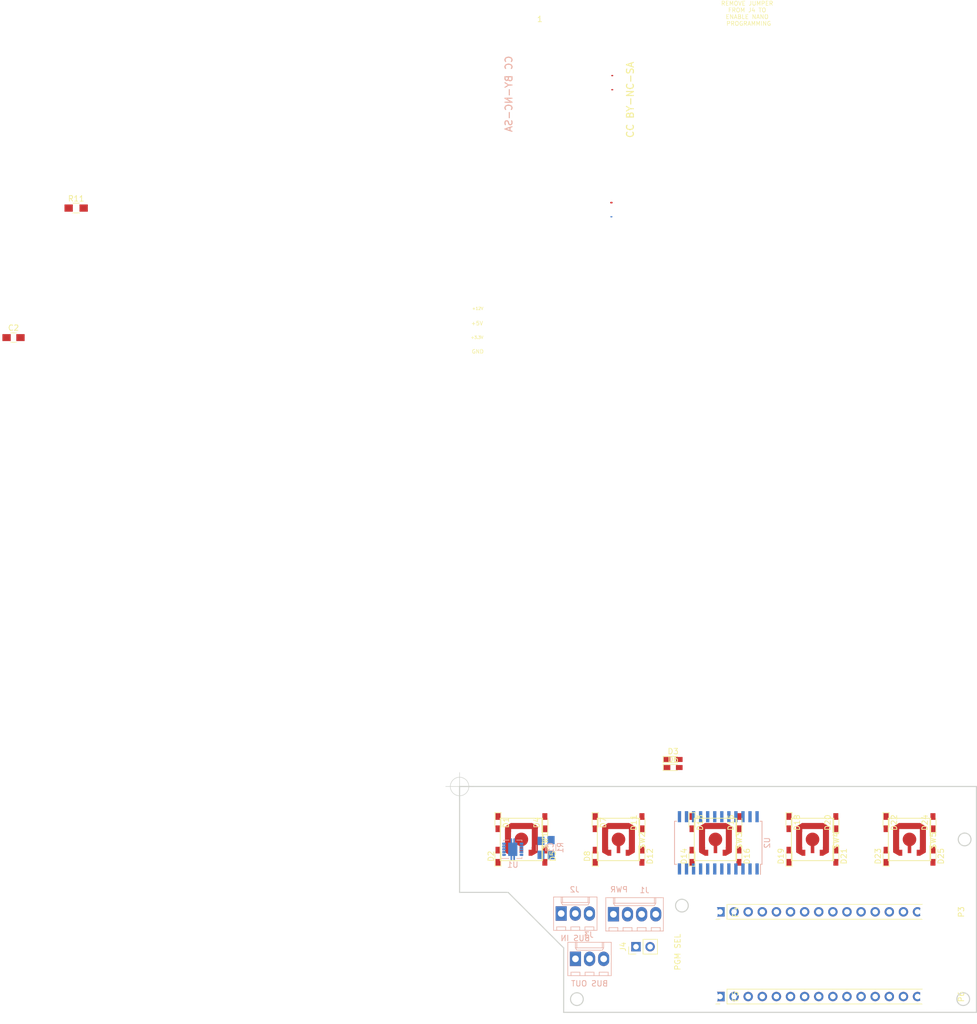
<source format=kicad_pcb>
(kicad_pcb (version 20171130) (host pcbnew "(5.0.2)-1")

  (general
    (thickness 1.6)
    (drawings 154)
    (tracks 4)
    (zones 0)
    (modules 43)
    (nets 62)
  )

  (page USLetter)
  (title_block
    (title "ABSIS NANO GENERAL I/O")
    (date 2017-12-26)
    (rev -)
    (company "F/A-18C SIMPIT")
    (comment 1 "JOHN STEENSEN")
  )

  (layers
    (0 F.Cu signal)
    (31 B.Cu signal)
    (32 B.Adhes user)
    (33 F.Adhes user)
    (34 B.Paste user)
    (35 F.Paste user)
    (36 B.SilkS user)
    (37 F.SilkS user)
    (38 B.Mask user)
    (39 F.Mask user)
    (40 Dwgs.User user)
    (41 Cmts.User user)
    (42 Eco1.User user)
    (43 Eco2.User user)
    (44 Edge.Cuts user)
    (45 Margin user)
    (46 B.CrtYd user)
    (47 F.CrtYd user)
    (48 B.Fab user)
    (49 F.Fab user)
  )

  (setup
    (last_trace_width 0.2286)
    (trace_clearance 0.1778)
    (zone_clearance 0.508)
    (zone_45_only no)
    (trace_min 0.1524)
    (segment_width 0.1)
    (edge_width 0.1)
    (via_size 0.6)
    (via_drill 0.4)
    (via_min_size 0.4)
    (via_min_drill 0.31)
    (blind_buried_vias_allowed yes)
    (uvia_size 0.3)
    (uvia_drill 0.1)
    (uvias_allowed no)
    (uvia_min_size 0.2)
    (uvia_min_drill 0.1)
    (pcb_text_width 0.3)
    (pcb_text_size 1.5 1.5)
    (mod_edge_width 0.15)
    (mod_text_size 1 1)
    (mod_text_width 0.15)
    (pad_size 1.6 1.6)
    (pad_drill 0.8)
    (pad_to_mask_clearance 0)
    (solder_mask_min_width 0.25)
    (aux_axis_origin 100.86975 81.69275)
    (grid_origin 100.86975 81.69275)
    (visible_elements 7FFBF7FF)
    (pcbplotparams
      (layerselection 0x010f0_80000001)
      (usegerberextensions false)
      (usegerberattributes false)
      (usegerberadvancedattributes false)
      (creategerberjobfile false)
      (excludeedgelayer true)
      (linewidth 0.100000)
      (plotframeref false)
      (viasonmask false)
      (mode 1)
      (useauxorigin false)
      (hpglpennumber 1)
      (hpglpenspeed 20)
      (hpglpendiameter 15.000000)
      (psnegative false)
      (psa4output false)
      (plotreference true)
      (plotvalue true)
      (plotinvisibletext false)
      (padsonsilk false)
      (subtractmaskfromsilk false)
      (outputformat 1)
      (mirror false)
      (drillshape 0)
      (scaleselection 1)
      (outputdirectory "D:/CAD/GrabCAD/F_A-18C Simulator/CAD/ECAD/ABSIS/NANO IO/gerbers"))
  )

  (net 0 "")
  (net 1 "/1(Tx)")
  (net 2 "/0(Rx)")
  (net 3 GND)
  (net 4 /2)
  (net 5 +5V)
  (net 6 +3V3)
  (net 7 +12V)
  (net 8 "Net-(J2-Pad1)")
  (net 9 "Net-(J2-Pad3)")
  (net 10 /RX_ENABLE)
  (net 11 "Net-(P1-Pad3)")
  (net 12 "/3(**)")
  (net 13 /4)
  (net 14 "/5(**)")
  (net 15 "/6(**)")
  (net 16 /7)
  (net 17 /8)
  (net 18 "/9(**)")
  (net 19 "/10(**/SS)")
  (net 20 "/11(**/MOSI)")
  (net 21 "/12(MISO)")
  (net 22 "Net-(P2-Pad3)")
  (net 23 /A7)
  (net 24 /A6)
  (net 25 /A5)
  (net 26 /A4)
  (net 27 /A3)
  (net 28 /A2)
  (net 29 /A1)
  (net 30 /A0)
  (net 31 /AREF)
  (net 32 "/13(SCK)")
  (net 33 "Net-(D24-Pad1)")
  (net 34 "Net-(D20-Pad1)")
  (net 35 "Net-(D15-Pad1)")
  (net 36 "Net-(D11-Pad1)")
  (net 37 "Net-(D4-Pad1)")
  (net 38 "Net-(D13-Pad1)")
  (net 39 "Net-(D1-Pad1)")
  (net 40 "Net-(D14-Pad1)")
  (net 41 "Net-(D2-Pad1)")
  (net 42 "Net-(D11-Pad2)")
  (net 43 "Net-(D12-Pad2)")
  (net 44 "Net-(D18-Pad1)")
  (net 45 "Net-(D19-Pad1)")
  (net 46 "Net-(D22-Pad1)")
  (net 47 "Net-(D23-Pad1)")
  (net 48 "Net-(R11-Pad1)")
  (net 49 "Net-(D12-Pad1)")
  (net 50 "Net-(D25-Pad1)")
  (net 51 "Net-(D5-Pad1)")
  (net 52 "Net-(D16-Pad1)")
  (net 53 "Net-(D21-Pad1)")
  (net 54 "Net-(U2-Pad22)")
  (net 55 "Net-(U2-Pad20)")
  (net 56 "Net-(U2-Pad19)")
  (net 57 "Net-(U2-Pad18)")
  (net 58 "Net-(U2-Pad17)")
  (net 59 "Net-(U2-Pad16)")
  (net 60 "Net-(D3-Pad1)")
  (net 61 "Net-(D6-Pad1)")

  (net_class Default "This is the default net class."
    (clearance 0.1778)
    (trace_width 0.2286)
    (via_dia 0.6)
    (via_drill 0.4)
    (uvia_dia 0.3)
    (uvia_drill 0.1)
    (add_net "/10(**/SS)")
    (add_net "/11(**/MOSI)")
    (add_net "/12(MISO)")
    (add_net "/13(SCK)")
    (add_net "/3(**)")
    (add_net /4)
    (add_net "/5(**)")
    (add_net "/6(**)")
    (add_net /7)
    (add_net /8)
    (add_net "/9(**)")
    (add_net /A0)
    (add_net /A1)
    (add_net /A2)
    (add_net /A3)
    (add_net /A4)
    (add_net /A5)
    (add_net /A6)
    (add_net /A7)
    (add_net /AREF)
    (add_net GND)
    (add_net "Net-(D1-Pad1)")
    (add_net "Net-(D11-Pad1)")
    (add_net "Net-(D11-Pad2)")
    (add_net "Net-(D12-Pad1)")
    (add_net "Net-(D12-Pad2)")
    (add_net "Net-(D13-Pad1)")
    (add_net "Net-(D14-Pad1)")
    (add_net "Net-(D15-Pad1)")
    (add_net "Net-(D16-Pad1)")
    (add_net "Net-(D18-Pad1)")
    (add_net "Net-(D19-Pad1)")
    (add_net "Net-(D2-Pad1)")
    (add_net "Net-(D20-Pad1)")
    (add_net "Net-(D21-Pad1)")
    (add_net "Net-(D22-Pad1)")
    (add_net "Net-(D23-Pad1)")
    (add_net "Net-(D24-Pad1)")
    (add_net "Net-(D25-Pad1)")
    (add_net "Net-(D3-Pad1)")
    (add_net "Net-(D4-Pad1)")
    (add_net "Net-(D5-Pad1)")
    (add_net "Net-(D6-Pad1)")
    (add_net "Net-(J2-Pad1)")
    (add_net "Net-(J2-Pad3)")
    (add_net "Net-(P1-Pad3)")
    (add_net "Net-(P2-Pad3)")
    (add_net "Net-(R11-Pad1)")
    (add_net "Net-(U2-Pad16)")
    (add_net "Net-(U2-Pad17)")
    (add_net "Net-(U2-Pad18)")
    (add_net "Net-(U2-Pad19)")
    (add_net "Net-(U2-Pad20)")
    (add_net "Net-(U2-Pad22)")
  )

  (net_class control ""
    (clearance 0.1778)
    (trace_width 0.2286)
    (via_dia 0.6)
    (via_drill 0.4)
    (uvia_dia 0.3)
    (uvia_drill 0.1)
    (add_net "/0(Rx)")
    (add_net "/1(Tx)")
    (add_net /2)
    (add_net /RX_ENABLE)
  )

  (net_class pwr12v ""
    (clearance 0.2032)
    (trace_width 0.762)
    (via_dia 0.6)
    (via_drill 0.4)
    (uvia_dia 0.3)
    (uvia_drill 0.1)
    (add_net +12V)
  )

  (net_class pwr3.3v ""
    (clearance 0.2032)
    (trace_width 0.3048)
    (via_dia 0.6)
    (via_drill 0.4)
    (uvia_dia 0.3)
    (uvia_drill 0.1)
    (add_net +3V3)
  )

  (net_class pwr5v ""
    (clearance 0.2032)
    (trace_width 0.2286)
    (via_dia 0.6)
    (via_drill 0.4)
    (uvia_dia 0.3)
    (uvia_drill 0.1)
    (add_net +5V)
  )

  (net_class signal ""
    (clearance 0.1778)
    (trace_width 0.1524)
    (via_dia 0.6)
    (via_drill 0.4)
    (uvia_dia 0.3)
    (uvia_drill 0.1)
  )

  (module LEDs:LED_0603_HandSoldering (layer F.Cu) (tedit 595FC9C0) (tstamp 5C4EA263)
    (at 139.303751 78.279751)
    (descr "LED SMD 0603, hand soldering")
    (tags "LED 0603")
    (path /5C4F2838)
    (attr smd)
    (fp_text reference D6 (at 0 -1.45) (layer F.SilkS)
      (effects (font (size 1 1) (thickness 0.15)))
    )
    (fp_text value WHT (at 0 1.55) (layer F.Fab)
      (effects (font (size 1 1) (thickness 0.15)))
    )
    (fp_line (start -1.8 -0.55) (end -1.8 0.55) (layer F.SilkS) (width 0.12))
    (fp_line (start -0.2 -0.2) (end -0.2 0.2) (layer F.Fab) (width 0.1))
    (fp_line (start -0.15 0) (end 0.15 -0.2) (layer F.Fab) (width 0.1))
    (fp_line (start 0.15 0.2) (end -0.15 0) (layer F.Fab) (width 0.1))
    (fp_line (start 0.15 -0.2) (end 0.15 0.2) (layer F.Fab) (width 0.1))
    (fp_line (start 0.8 0.4) (end -0.8 0.4) (layer F.Fab) (width 0.1))
    (fp_line (start 0.8 -0.4) (end 0.8 0.4) (layer F.Fab) (width 0.1))
    (fp_line (start -0.8 -0.4) (end 0.8 -0.4) (layer F.Fab) (width 0.1))
    (fp_line (start -1.8 0.55) (end 0.8 0.55) (layer F.SilkS) (width 0.12))
    (fp_line (start -1.8 -0.55) (end 0.8 -0.55) (layer F.SilkS) (width 0.12))
    (fp_line (start -1.96 -0.7) (end 1.95 -0.7) (layer F.CrtYd) (width 0.05))
    (fp_line (start -1.96 -0.7) (end -1.96 0.7) (layer F.CrtYd) (width 0.05))
    (fp_line (start 1.95 0.7) (end 1.95 -0.7) (layer F.CrtYd) (width 0.05))
    (fp_line (start 1.95 0.7) (end -1.96 0.7) (layer F.CrtYd) (width 0.05))
    (fp_line (start -0.8 -0.4) (end -0.8 0.4) (layer F.Fab) (width 0.1))
    (pad 1 smd rect (at -1.1 0) (size 1.2 0.9) (layers F.Cu F.Paste F.Mask)
      (net 61 "Net-(D6-Pad1)"))
    (pad 2 smd rect (at 1.1 0) (size 1.2 0.9) (layers F.Cu F.Paste F.Mask)
      (net 60 "Net-(D3-Pad1)"))
    (model ${KISYS3DMOD}/LEDs.3dshapes/LED_0603.wrl
      (at (xyz 0 0 0))
      (scale (xyz 1 1 1))
      (rotate (xyz 0 0 180))
    )
  )

  (module LEDs:LED_0603_HandSoldering (layer F.Cu) (tedit 595FC9C0) (tstamp 5C4EA1FE)
    (at 139.303751 76.829751)
    (descr "LED SMD 0603, hand soldering")
    (tags "LED 0603")
    (path /5C4F2830)
    (attr smd)
    (fp_text reference D3 (at 0 -1.45) (layer F.SilkS)
      (effects (font (size 1 1) (thickness 0.15)))
    )
    (fp_text value WHT (at 0 1.55) (layer F.Fab)
      (effects (font (size 1 1) (thickness 0.15)))
    )
    (fp_line (start -0.8 -0.4) (end -0.8 0.4) (layer F.Fab) (width 0.1))
    (fp_line (start 1.95 0.7) (end -1.96 0.7) (layer F.CrtYd) (width 0.05))
    (fp_line (start 1.95 0.7) (end 1.95 -0.7) (layer F.CrtYd) (width 0.05))
    (fp_line (start -1.96 -0.7) (end -1.96 0.7) (layer F.CrtYd) (width 0.05))
    (fp_line (start -1.96 -0.7) (end 1.95 -0.7) (layer F.CrtYd) (width 0.05))
    (fp_line (start -1.8 -0.55) (end 0.8 -0.55) (layer F.SilkS) (width 0.12))
    (fp_line (start -1.8 0.55) (end 0.8 0.55) (layer F.SilkS) (width 0.12))
    (fp_line (start -0.8 -0.4) (end 0.8 -0.4) (layer F.Fab) (width 0.1))
    (fp_line (start 0.8 -0.4) (end 0.8 0.4) (layer F.Fab) (width 0.1))
    (fp_line (start 0.8 0.4) (end -0.8 0.4) (layer F.Fab) (width 0.1))
    (fp_line (start 0.15 -0.2) (end 0.15 0.2) (layer F.Fab) (width 0.1))
    (fp_line (start 0.15 0.2) (end -0.15 0) (layer F.Fab) (width 0.1))
    (fp_line (start -0.15 0) (end 0.15 -0.2) (layer F.Fab) (width 0.1))
    (fp_line (start -0.2 -0.2) (end -0.2 0.2) (layer F.Fab) (width 0.1))
    (fp_line (start -1.8 -0.55) (end -1.8 0.55) (layer F.SilkS) (width 0.12))
    (pad 2 smd rect (at 1.1 0) (size 1.2 0.9) (layers F.Cu F.Paste F.Mask)
      (net 7 +12V))
    (pad 1 smd rect (at -1.1 0) (size 1.2 0.9) (layers F.Cu F.Paste F.Mask)
      (net 60 "Net-(D3-Pad1)"))
    (model ${KISYS3DMOD}/LEDs.3dshapes/LED_0603.wrl
      (at (xyz 0 0 0))
      (scale (xyz 1 1 1))
      (rotate (xyz 0 0 180))
    )
  )

  (module Housings_SON:Texas_S-PWSON-N10 (layer B.Cu) (tedit 59EC8397) (tstamp 5C4EA60B)
    (at 110.4392 92.9894)
    (descr "10-Lead Plastic DFN, 3.15x3.15mm Body, 0.5mm Pitch, S-PVSON-N10, http://www.ti.com/lit/ds/symlink/tps61200.pdf")
    (tags "DFN 0.5 S-PWSON-N10")
    (path /5A3BEAE8)
    (attr smd)
    (fp_text reference U1 (at 0 2.8) (layer B.SilkS)
      (effects (font (size 1 1) (thickness 0.15)) (justify mirror))
    )
    (fp_text value MAX487EESA (at 0 -2.5) (layer B.Fab)
      (effects (font (size 1 1) (thickness 0.15)) (justify mirror))
    )
    (fp_text user %R (at 0 0) (layer B.Fab)
      (effects (font (size 0.7 0.7) (thickness 0.1)) (justify mirror))
    )
    (fp_line (start -1.65 -1.65) (end -1.65 -1.45) (layer B.SilkS) (width 0.12))
    (fp_line (start 1.65 -1.45) (end 1.65 -1.65) (layer B.SilkS) (width 0.12))
    (fp_line (start 1.65 1.45) (end 1.65 1.65) (layer B.SilkS) (width 0.12))
    (fp_line (start -1.65 -1.65) (end -0.7 -1.65) (layer B.SilkS) (width 0.12))
    (fp_line (start 0.7 1.65) (end 1.65 1.65) (layer B.SilkS) (width 0.12))
    (fp_line (start -2 1.65) (end -0.7 1.65) (layer B.SilkS) (width 0.12))
    (fp_line (start 0.7 -1.65) (end 1.65 -1.65) (layer B.SilkS) (width 0.12))
    (fp_line (start -2.1 -2.1) (end 2.1 -2.1) (layer B.CrtYd) (width 0.05))
    (fp_line (start -2.1 2.1) (end 2.1 2.1) (layer B.CrtYd) (width 0.05))
    (fp_line (start 2.1 2.1) (end 2.1 -2.1) (layer B.CrtYd) (width 0.05))
    (fp_line (start -2.1 2.1) (end -2.1 -2.1) (layer B.CrtYd) (width 0.05))
    (fp_line (start -0.5 1.575) (end 1.575 1.575) (layer B.Fab) (width 0.1))
    (fp_line (start 1.575 1.575) (end 1.575 -1.575) (layer B.Fab) (width 0.1))
    (fp_line (start 1.575 -1.575) (end -1.575 -1.575) (layer B.Fab) (width 0.1))
    (fp_line (start -1.575 -1.575) (end -1.575 0.5) (layer B.Fab) (width 0.1))
    (fp_line (start -0.5 1.575) (end -1.575 0.5) (layer B.Fab) (width 0.1))
    (pad 10 smd oval (at 1.55 1) (size 0.65 0.4) (layers B.Cu B.Paste B.Mask)
      (solder_paste_margin -0.05))
    (pad 9 smd oval (at 1.55 0.5) (size 0.65 0.4) (layers B.Cu B.Paste B.Mask)
      (solder_paste_margin -0.05))
    (pad 8 smd oval (at 1.55 0) (size 0.65 0.4) (layers B.Cu B.Paste B.Mask)
      (net 5 +5V) (solder_paste_margin -0.05))
    (pad 7 smd rect (at 1.75 -0.5) (size 0.25 0.4) (layers B.Cu B.Paste B.Mask)
      (net 9 "Net-(J2-Pad3)") (solder_paste_margin -0.05))
    (pad 6 smd rect (at 1.75 -1) (size 0.25 0.4) (layers B.Cu B.Paste B.Mask)
      (net 8 "Net-(J2-Pad1)") (solder_paste_margin -0.05))
    (pad 5 smd oval (at -1.55 -1) (size 0.65 0.4) (layers B.Cu B.Paste B.Mask)
      (net 3 GND) (solder_paste_margin -0.05))
    (pad 4 smd rect (at -1.75 -0.5) (size 0.25 0.4) (layers B.Cu B.Paste B.Mask)
      (net 1 "/1(Tx)") (solder_paste_margin -0.05))
    (pad 3 smd oval (at -1.55 0) (size 0.65 0.4) (layers B.Cu B.Paste B.Mask)
      (net 4 /2) (solder_paste_margin -0.05))
    (pad 2 smd rect (at -1.75 0.5) (size 0.25 0.4) (layers B.Cu B.Paste B.Mask)
      (net 4 /2) (solder_paste_margin -0.05))
    (pad 1 smd rect (at -1.75 1) (size 0.25 0.4) (layers B.Cu B.Paste B.Mask)
      (net 10 /RX_ENABLE) (solder_paste_margin -0.05))
    (pad 11 smd rect (at 0 0) (size 1.65 2.4) (layers B.Cu B.Mask))
    (pad 11 smd rect (at 0.45 -0.635) (size 0.68 1.05) (layers B.Cu B.Paste B.Mask))
    (pad 11 smd rect (at -0.45 -0.635) (size 0.68 1.05) (layers B.Cu B.Paste B.Mask))
    (pad 11 smd rect (at 0.45 0.635) (size 0.68 1.05) (layers B.Cu B.Paste B.Mask))
    (pad 11 smd rect (at 0.25 -1.55) (size 0.26 0.5) (layers B.Cu B.Paste B.Mask))
    (pad 11 smd rect (at -0.25 -1.55) (size 0.26 0.5) (layers B.Cu B.Paste B.Mask))
    (pad 11 smd rect (at 0.25 1.55) (size 0.26 0.5) (layers B.Cu B.Paste B.Mask))
    (pad 11 smd rect (at 0.25 -1.55) (size 0.28 0.8) (layers B.Cu B.Mask))
    (pad 11 smd rect (at -0.25 -1.55) (size 0.28 0.8) (layers B.Cu B.Mask))
    (pad 11 smd rect (at 0.25 1.55) (size 0.28 0.8) (layers B.Cu B.Mask))
    (pad 11 smd rect (at -0.25 1.55) (size 0.26 0.5) (layers B.Cu B.Paste B.Mask))
    (pad 11 smd rect (at -0.25 1.55) (size 0.28 0.8) (layers B.Cu B.Mask))
    (pad 11 smd rect (at -0.45 0.635) (size 0.68 1.05) (layers B.Cu B.Paste B.Mask))
    (pad 10 smd rect (at 1.75 1) (size 0.25 0.4) (layers B.Cu B.Paste B.Mask)
      (solder_paste_margin -0.05))
    (pad 9 smd rect (at 1.75 0.5) (size 0.25 0.4) (layers B.Cu B.Paste B.Mask)
      (solder_paste_margin -0.05))
    (pad 8 smd rect (at 1.75 0) (size 0.25 0.4) (layers B.Cu B.Paste B.Mask)
      (net 5 +5V) (solder_paste_margin -0.05))
    (pad 7 smd oval (at 1.55 -0.5) (size 0.65 0.4) (layers B.Cu B.Paste B.Mask)
      (net 9 "Net-(J2-Pad3)") (solder_paste_margin -0.05))
    (pad 6 smd oval (at 1.55 -1) (size 0.65 0.4) (layers B.Cu B.Paste B.Mask)
      (net 8 "Net-(J2-Pad1)") (solder_paste_margin -0.05))
    (pad 5 smd rect (at -1.75 -1) (size 0.25 0.4) (layers B.Cu B.Paste B.Mask)
      (net 3 GND) (solder_paste_margin -0.05))
    (pad 4 smd oval (at -1.55 -0.5) (size 0.65 0.4) (layers B.Cu B.Paste B.Mask)
      (net 1 "/1(Tx)") (solder_paste_margin -0.05))
    (pad 3 smd rect (at -1.75 0) (size 0.25 0.4) (layers B.Cu B.Paste B.Mask)
      (net 4 /2) (solder_paste_margin -0.05))
    (pad 2 smd oval (at -1.55 0.5) (size 0.65 0.4) (layers B.Cu B.Paste B.Mask)
      (net 4 /2) (solder_paste_margin -0.05))
    (pad 1 smd oval (at -1.55 1) (size 0.65 0.4) (layers B.Cu B.Paste B.Mask)
      (net 10 /RX_ENABLE) (solder_paste_margin -0.05))
    (model ${KISYS3DMOD}/Housings_SON.3dshapes/Texas_S-PWSON-N10.wrl
      (at (xyz 0 0 0))
      (scale (xyz 1 1 1))
      (rotate (xyz 0 0 0))
    )
  )

  (module Mounting_Holes:MountingHole_4.3mm_M4 locked (layer F.Cu) (tedit 56D1B4CB) (tstamp 5C4EA230)
    (at 185.8645 104.267 270)
    (descr "Mounting Hole 4.3mm, no annular, M4")
    (tags "mounting hole 4.3mm no annular m4")
    (path /56D73ADD)
    (attr virtual)
    (fp_text reference P3 (at 0 -5.3 270) (layer F.SilkS)
      (effects (font (size 1 1) (thickness 0.15)))
    )
    (fp_text value CONN_01X01 (at 0 5.3 270) (layer F.Fab)
      (effects (font (size 1 1) (thickness 0.15)))
    )
    (fp_text user %R (at 0.3 0 270) (layer F.Fab)
      (effects (font (size 1 1) (thickness 0.15)))
    )
    (fp_circle (center 0 0) (end 4.3 0) (layer Cmts.User) (width 0.15))
    (fp_circle (center 0 0) (end 4.55 0) (layer F.CrtYd) (width 0.05))
    (pad 1 np_thru_hole circle (at 0 0 270) (size 4.3 4.3) (drill 4.3) (layers *.Cu *.Mask))
  )

  (module Mounting_Holes:MountingHole_4.3mm_M4 locked (layer F.Cu) (tedit 56D1B4CB) (tstamp 5C4EA229)
    (at 145.2245 119.507 270)
    (descr "Mounting Hole 4.3mm, no annular, M4")
    (tags "mounting hole 4.3mm no annular m4")
    (path /56D73DAE)
    (attr virtual)
    (fp_text reference P5 (at 0 -5.3 270) (layer F.SilkS)
      (effects (font (size 1 1) (thickness 0.15)))
    )
    (fp_text value CONN_01X01 (at 0 5.3 270) (layer F.Fab)
      (effects (font (size 1 1) (thickness 0.15)))
    )
    (fp_circle (center 0 0) (end 4.55 0) (layer F.CrtYd) (width 0.05))
    (fp_circle (center 0 0) (end 4.3 0) (layer Cmts.User) (width 0.15))
    (fp_text user %R (at 0.3 0 270) (layer F.Fab)
      (effects (font (size 1 1) (thickness 0.15)))
    )
    (pad 1 np_thru_hole circle (at 0 0 270) (size 4.3 4.3) (drill 4.3) (layers *.Cu *.Mask))
  )

  (module Mounting_Holes:MountingHole_4.3mm_M4 locked (layer F.Cu) (tedit 56D1B4CB) (tstamp 5C4EA222)
    (at 145.2245 104.29875 270)
    (descr "Mounting Hole 4.3mm, no annular, M4")
    (tags "mounting hole 4.3mm no annular m4")
    (path /56D73D86)
    (attr virtual)
    (fp_text reference P4 (at 0 -5.3 270) (layer F.SilkS)
      (effects (font (size 1 1) (thickness 0.15)))
    )
    (fp_text value CONN_01X01 (at 0 5.3 270) (layer F.Fab)
      (effects (font (size 1 1) (thickness 0.15)))
    )
    (fp_text user %R (at 0.3 0 270) (layer F.Fab)
      (effects (font (size 1 1) (thickness 0.15)))
    )
    (fp_circle (center 0 0) (end 4.3 0) (layer Cmts.User) (width 0.15))
    (fp_circle (center 0 0) (end 4.55 0) (layer F.CrtYd) (width 0.05))
    (pad 1 np_thru_hole circle (at 0 0 270) (size 4.3 4.3) (drill 4.3) (layers *.Cu *.Mask))
  )

  (module Mounting_Holes:MountingHole_4.3mm_M4 locked (layer F.Cu) (tedit 56D1B4CB) (tstamp 5C4EA21B)
    (at 185.8645 119.507 270)
    (descr "Mounting Hole 4.3mm, no annular, M4")
    (tags "mounting hole 4.3mm no annular m4")
    (path /56D73DD9)
    (attr virtual)
    (fp_text reference P6 (at 0 -5.3 270) (layer F.SilkS)
      (effects (font (size 1 1) (thickness 0.15)))
    )
    (fp_text value CONN_01X01 (at 0 5.3 270) (layer F.Fab)
      (effects (font (size 1 1) (thickness 0.15)))
    )
    (fp_circle (center 0 0) (end 4.55 0) (layer F.CrtYd) (width 0.05))
    (fp_circle (center 0 0) (end 4.3 0) (layer Cmts.User) (width 0.15))
    (fp_text user %R (at 0.3 0 270) (layer F.Fab)
      (effects (font (size 1 1) (thickness 0.15)))
    )
    (pad 1 np_thru_hole circle (at 0 0 270) (size 4.3 4.3) (drill 4.3) (layers *.Cu *.Mask))
  )

  (module Capacitors_SMD:C_0805_HandSoldering (layer B.Cu) (tedit 58AA84A8) (tstamp 5C49B6A4)
    (at 115.5192 92.7354 90)
    (descr "Capacitor SMD 0805, hand soldering")
    (tags "capacitor 0805")
    (path /5A3C0CA8)
    (attr smd)
    (fp_text reference C1 (at 0 1.75 90) (layer B.SilkS)
      (effects (font (size 1 1) (thickness 0.15)) (justify mirror))
    )
    (fp_text value 0.1uF (at 0 -1.75 90) (layer B.Fab)
      (effects (font (size 1 1) (thickness 0.15)) (justify mirror))
    )
    (fp_text user %R (at 0 1.75 90) (layer B.Fab)
      (effects (font (size 1 1) (thickness 0.15)) (justify mirror))
    )
    (fp_line (start -1 -0.62) (end -1 0.62) (layer B.Fab) (width 0.1))
    (fp_line (start 1 -0.62) (end -1 -0.62) (layer B.Fab) (width 0.1))
    (fp_line (start 1 0.62) (end 1 -0.62) (layer B.Fab) (width 0.1))
    (fp_line (start -1 0.62) (end 1 0.62) (layer B.Fab) (width 0.1))
    (fp_line (start 0.5 0.85) (end -0.5 0.85) (layer B.SilkS) (width 0.12))
    (fp_line (start -0.5 -0.85) (end 0.5 -0.85) (layer B.SilkS) (width 0.12))
    (fp_line (start -2.25 0.88) (end 2.25 0.88) (layer B.CrtYd) (width 0.05))
    (fp_line (start -2.25 0.88) (end -2.25 -0.87) (layer B.CrtYd) (width 0.05))
    (fp_line (start 2.25 -0.87) (end 2.25 0.88) (layer B.CrtYd) (width 0.05))
    (fp_line (start 2.25 -0.87) (end -2.25 -0.87) (layer B.CrtYd) (width 0.05))
    (pad 1 smd rect (at -1.25 0 90) (size 1.5 1.25) (layers B.Cu B.Paste B.Mask)
      (net 5 +5V))
    (pad 2 smd rect (at 1.25 0 90) (size 1.5 1.25) (layers B.Cu B.Paste B.Mask)
      (net 3 GND))
    (model Capacitors_SMD.3dshapes/C_0805.wrl
      (at (xyz 0 0 0))
      (scale (xyz 1 1 1))
      (rotate (xyz 0 0 0))
    )
  )

  (module Capacitors_SMD:C_0805_HandSoldering (layer F.Cu) (tedit 58AA84A8) (tstamp 5C49B804)
    (at 20.585951 0.916351)
    (descr "Capacitor SMD 0805, hand soldering")
    (tags "capacitor 0805")
    (path /5C7915EF)
    (attr smd)
    (fp_text reference C2 (at 0 -1.75) (layer F.SilkS)
      (effects (font (size 1 1) (thickness 0.15)))
    )
    (fp_text value 100nF (at 0 1.75) (layer F.Fab)
      (effects (font (size 1 1) (thickness 0.15)))
    )
    (fp_line (start 2.25 0.87) (end -2.25 0.87) (layer F.CrtYd) (width 0.05))
    (fp_line (start 2.25 0.87) (end 2.25 -0.88) (layer F.CrtYd) (width 0.05))
    (fp_line (start -2.25 -0.88) (end -2.25 0.87) (layer F.CrtYd) (width 0.05))
    (fp_line (start -2.25 -0.88) (end 2.25 -0.88) (layer F.CrtYd) (width 0.05))
    (fp_line (start -0.5 0.85) (end 0.5 0.85) (layer F.SilkS) (width 0.12))
    (fp_line (start 0.5 -0.85) (end -0.5 -0.85) (layer F.SilkS) (width 0.12))
    (fp_line (start -1 -0.62) (end 1 -0.62) (layer F.Fab) (width 0.1))
    (fp_line (start 1 -0.62) (end 1 0.62) (layer F.Fab) (width 0.1))
    (fp_line (start 1 0.62) (end -1 0.62) (layer F.Fab) (width 0.1))
    (fp_line (start -1 0.62) (end -1 -0.62) (layer F.Fab) (width 0.1))
    (fp_text user %R (at 0 -1.75) (layer F.Fab)
      (effects (font (size 1 1) (thickness 0.15)))
    )
    (pad 2 smd rect (at 1.25 0) (size 1.5 1.25) (layers F.Cu F.Paste F.Mask)
      (net 3 GND))
    (pad 1 smd rect (at -1.25 0) (size 1.5 1.25) (layers F.Cu F.Paste F.Mask)
      (net 6 +3V3))
    (model Capacitors_SMD.3dshapes/C_0805.wrl
      (at (xyz 0 0 0))
      (scale (xyz 1 1 1))
      (rotate (xyz 0 0 0))
    )
  )

  (module Resistors_SMD:R_0805_HandSoldering (layer B.Cu) (tedit 58E0A804) (tstamp 5C49B084)
    (at 117.3252 92.6924 90)
    (descr "Resistor SMD 0805, hand soldering")
    (tags "resistor 0805")
    (path /5A3C1A79)
    (attr smd)
    (fp_text reference R1 (at 0 1.7 90) (layer B.SilkS)
      (effects (font (size 1 1) (thickness 0.15)) (justify mirror))
    )
    (fp_text value 120 (at 0 -1.75 90) (layer B.Fab)
      (effects (font (size 1 1) (thickness 0.15)) (justify mirror))
    )
    (fp_line (start 2.35 -0.9) (end -2.35 -0.9) (layer B.CrtYd) (width 0.05))
    (fp_line (start 2.35 -0.9) (end 2.35 0.9) (layer B.CrtYd) (width 0.05))
    (fp_line (start -2.35 0.9) (end -2.35 -0.9) (layer B.CrtYd) (width 0.05))
    (fp_line (start -2.35 0.9) (end 2.35 0.9) (layer B.CrtYd) (width 0.05))
    (fp_line (start -0.6 0.88) (end 0.6 0.88) (layer B.SilkS) (width 0.12))
    (fp_line (start 0.6 -0.88) (end -0.6 -0.88) (layer B.SilkS) (width 0.12))
    (fp_line (start -1 0.62) (end 1 0.62) (layer B.Fab) (width 0.1))
    (fp_line (start 1 0.62) (end 1 -0.62) (layer B.Fab) (width 0.1))
    (fp_line (start 1 -0.62) (end -1 -0.62) (layer B.Fab) (width 0.1))
    (fp_line (start -1 -0.62) (end -1 0.62) (layer B.Fab) (width 0.1))
    (fp_text user %R (at 0 0 90) (layer B.Fab)
      (effects (font (size 0.5 0.5) (thickness 0.075)) (justify mirror))
    )
    (pad 2 smd rect (at 1.35 0 90) (size 1.5 1.3) (layers B.Cu B.Paste B.Mask)
      (net 8 "Net-(J2-Pad1)"))
    (pad 1 smd rect (at -1.35 0 90) (size 1.5 1.3) (layers B.Cu B.Paste B.Mask)
      (net 9 "Net-(J2-Pad3)"))
    (model ${KISYS3DMOD}/Resistors_SMD.3dshapes/R_0805.wrl
      (at (xyz 0 0 0))
      (scale (xyz 1 1 1))
      (rotate (xyz 0 0 0))
    )
  )

  (module Resistors_SMD:R_0805_HandSoldering (layer F.Cu) (tedit 58E0A804) (tstamp 5C49B074)
    (at 31.85934 -22.38786)
    (descr "Resistor SMD 0805, hand soldering")
    (tags "resistor 0805")
    (path /5C41A7F2)
    (attr smd)
    (fp_text reference R11 (at 0 -1.7) (layer F.SilkS)
      (effects (font (size 1 1) (thickness 0.15)))
    )
    (fp_text value 1K (at 0 1.75) (layer F.Fab)
      (effects (font (size 1 1) (thickness 0.15)))
    )
    (fp_text user %R (at 0 0) (layer F.Fab)
      (effects (font (size 0.5 0.5) (thickness 0.075)))
    )
    (fp_line (start -1 0.62) (end -1 -0.62) (layer F.Fab) (width 0.1))
    (fp_line (start 1 0.62) (end -1 0.62) (layer F.Fab) (width 0.1))
    (fp_line (start 1 -0.62) (end 1 0.62) (layer F.Fab) (width 0.1))
    (fp_line (start -1 -0.62) (end 1 -0.62) (layer F.Fab) (width 0.1))
    (fp_line (start 0.6 0.88) (end -0.6 0.88) (layer F.SilkS) (width 0.12))
    (fp_line (start -0.6 -0.88) (end 0.6 -0.88) (layer F.SilkS) (width 0.12))
    (fp_line (start -2.35 -0.9) (end 2.35 -0.9) (layer F.CrtYd) (width 0.05))
    (fp_line (start -2.35 -0.9) (end -2.35 0.9) (layer F.CrtYd) (width 0.05))
    (fp_line (start 2.35 0.9) (end 2.35 -0.9) (layer F.CrtYd) (width 0.05))
    (fp_line (start 2.35 0.9) (end -2.35 0.9) (layer F.CrtYd) (width 0.05))
    (pad 1 smd rect (at -1.35 0) (size 1.5 1.3) (layers F.Cu F.Paste F.Mask)
      (net 48 "Net-(R11-Pad1)"))
    (pad 2 smd rect (at 1.35 0) (size 1.5 1.3) (layers F.Cu F.Paste F.Mask)
      (net 3 GND))
    (model ${KISYS3DMOD}/Resistors_SMD.3dshapes/R_0805.wrl
      (at (xyz 0 0 0))
      (scale (xyz 1 1 1))
      (rotate (xyz 0 0 0))
    )
  )

  (module Housings_SOIC:SOIC-24W_7.5x15.4mm_Pitch1.27mm (layer B.Cu) (tedit 58CC8F64) (tstamp 5C49D6FF)
    (at 147.42795 91.82735 90)
    (descr "24-Lead Plastic Small Outline (SO) - Wide, 7.50 mm Body [SOIC] (see Microchip Packaging Specification 00000049BS.pdf)")
    (tags "SOIC 1.27")
    (path /5C48D570)
    (attr smd)
    (fp_text reference U2 (at 0 8.8 90) (layer B.SilkS)
      (effects (font (size 1 1) (thickness 0.15)) (justify mirror))
    )
    (fp_text value STP16CPC26 (at 0 -8.8 90) (layer B.Fab)
      (effects (font (size 1 1) (thickness 0.15)) (justify mirror))
    )
    (fp_line (start -3.875 7.6) (end -5.7 7.6) (layer B.SilkS) (width 0.15))
    (fp_line (start -3.875 -7.875) (end 3.875 -7.875) (layer B.SilkS) (width 0.15))
    (fp_line (start -3.875 7.875) (end 3.875 7.875) (layer B.SilkS) (width 0.15))
    (fp_line (start -3.875 -7.875) (end -3.875 -7.51) (layer B.SilkS) (width 0.15))
    (fp_line (start 3.875 -7.875) (end 3.875 -7.51) (layer B.SilkS) (width 0.15))
    (fp_line (start 3.875 7.875) (end 3.875 7.51) (layer B.SilkS) (width 0.15))
    (fp_line (start -3.875 7.875) (end -3.875 7.6) (layer B.SilkS) (width 0.15))
    (fp_line (start -5.95 -8.05) (end 5.95 -8.05) (layer B.CrtYd) (width 0.05))
    (fp_line (start -5.95 8.05) (end 5.95 8.05) (layer B.CrtYd) (width 0.05))
    (fp_line (start 5.95 8.05) (end 5.95 -8.05) (layer B.CrtYd) (width 0.05))
    (fp_line (start -5.95 8.05) (end -5.95 -8.05) (layer B.CrtYd) (width 0.05))
    (fp_line (start -3.75 6.7) (end -2.75 7.7) (layer B.Fab) (width 0.15))
    (fp_line (start -3.75 -7.7) (end -3.75 6.7) (layer B.Fab) (width 0.15))
    (fp_line (start 3.75 -7.7) (end -3.75 -7.7) (layer B.Fab) (width 0.15))
    (fp_line (start 3.75 7.7) (end 3.75 -7.7) (layer B.Fab) (width 0.15))
    (fp_line (start -2.75 7.7) (end 3.75 7.7) (layer B.Fab) (width 0.15))
    (fp_text user %R (at 0 0 90) (layer B.Fab)
      (effects (font (size 1 1) (thickness 0.15)) (justify mirror))
    )
    (pad 24 smd rect (at 4.7 6.985 90) (size 2 0.6) (layers B.Cu B.Paste B.Mask)
      (net 6 +3V3))
    (pad 23 smd rect (at 4.7 5.715 90) (size 2 0.6) (layers B.Cu B.Paste B.Mask)
      (net 48 "Net-(R11-Pad1)"))
    (pad 22 smd rect (at 4.7 4.445 90) (size 2 0.6) (layers B.Cu B.Paste B.Mask)
      (net 54 "Net-(U2-Pad22)"))
    (pad 21 smd rect (at 4.7 3.175 90) (size 2 0.6) (layers B.Cu B.Paste B.Mask)
      (net 13 /4))
    (pad 20 smd rect (at 4.7 1.905 90) (size 2 0.6) (layers B.Cu B.Paste B.Mask)
      (net 55 "Net-(U2-Pad20)"))
    (pad 19 smd rect (at 4.7 0.635 90) (size 2 0.6) (layers B.Cu B.Paste B.Mask)
      (net 56 "Net-(U2-Pad19)"))
    (pad 18 smd rect (at 4.7 -0.635 90) (size 2 0.6) (layers B.Cu B.Paste B.Mask)
      (net 57 "Net-(U2-Pad18)"))
    (pad 17 smd rect (at 4.7 -1.905 90) (size 2 0.6) (layers B.Cu B.Paste B.Mask)
      (net 58 "Net-(U2-Pad17)"))
    (pad 16 smd rect (at 4.7 -3.175 90) (size 2 0.6) (layers B.Cu B.Paste B.Mask)
      (net 59 "Net-(U2-Pad16)"))
    (pad 15 smd rect (at 4.7 -4.445 90) (size 2 0.6) (layers B.Cu B.Paste B.Mask)
      (net 61 "Net-(D6-Pad1)"))
    (pad 14 smd rect (at 4.7 -5.715 90) (size 2 0.6) (layers B.Cu B.Paste B.Mask)
      (net 50 "Net-(D25-Pad1)"))
    (pad 13 smd rect (at 4.7 -6.985 90) (size 2 0.6) (layers B.Cu B.Paste B.Mask)
      (net 33 "Net-(D24-Pad1)"))
    (pad 12 smd rect (at -4.7 -6.985 90) (size 2 0.6) (layers B.Cu B.Paste B.Mask)
      (net 53 "Net-(D21-Pad1)"))
    (pad 11 smd rect (at -4.7 -5.715 90) (size 2 0.6) (layers B.Cu B.Paste B.Mask)
      (net 34 "Net-(D20-Pad1)"))
    (pad 10 smd rect (at -4.7 -4.445 90) (size 2 0.6) (layers B.Cu B.Paste B.Mask)
      (net 52 "Net-(D16-Pad1)"))
    (pad 9 smd rect (at -4.7 -3.175 90) (size 2 0.6) (layers B.Cu B.Paste B.Mask)
      (net 35 "Net-(D15-Pad1)"))
    (pad 8 smd rect (at -4.7 -1.905 90) (size 2 0.6) (layers B.Cu B.Paste B.Mask)
      (net 49 "Net-(D12-Pad1)"))
    (pad 7 smd rect (at -4.7 -0.635 90) (size 2 0.6) (layers B.Cu B.Paste B.Mask)
      (net 36 "Net-(D11-Pad1)"))
    (pad 6 smd rect (at -4.7 0.635 90) (size 2 0.6) (layers B.Cu B.Paste B.Mask)
      (net 51 "Net-(D5-Pad1)"))
    (pad 5 smd rect (at -4.7 1.905 90) (size 2 0.6) (layers B.Cu B.Paste B.Mask)
      (net 37 "Net-(D4-Pad1)"))
    (pad 4 smd rect (at -4.7 3.175 90) (size 2 0.6) (layers B.Cu B.Paste B.Mask)
      (net 12 "/3(**)"))
    (pad 3 smd rect (at -4.7 4.445 90) (size 2 0.6) (layers B.Cu B.Paste B.Mask)
      (net 32 "/13(SCK)"))
    (pad 2 smd rect (at -4.7 5.715 90) (size 2 0.6) (layers B.Cu B.Paste B.Mask)
      (net 20 "/11(**/MOSI)"))
    (pad 1 smd rect (at -4.7 6.985 90) (size 2 0.6) (layers B.Cu B.Paste B.Mask)
      (net 3 GND))
    (model ${KISYS3DMOD}/Housings_SOIC.3dshapes/SOIC-24W_7.5x15.4mm_Pitch1.27mm.wrl
      (at (xyz 0 0 0))
      (scale (xyz 1 1 1))
      (rotate (xyz 0 0 0))
    )
  )

  (module "KiCAD Libraries:SWITCH_SNAP_DOME_6.3mm_DIA_SINGLE_SIDE_PCB" (layer F.Cu) (tedit 5A2DE5FC) (tstamp 5C400EBE)
    (at 181.84495 91.21775 270)
    (path /5C45B2D3)
    (fp_text reference SW5 (at 0.2 -4.25 270) (layer F.SilkS)
      (effects (font (size 1 1) (thickness 0.15)))
    )
    (fp_text value SW_Push (at -0.2 4.58 270) (layer F.Fab)
      (effects (font (size 1 1) (thickness 0.15)))
    )
    (fp_line (start -3.81 -3.81) (end -3.81 3.81) (layer F.SilkS) (width 0.15))
    (fp_line (start -3.81 3.81) (end 3.81 3.81) (layer F.SilkS) (width 0.15))
    (fp_line (start 3.81 3.81) (end 3.81 -3.81) (layer F.SilkS) (width 0.15))
    (fp_line (start 3.81 -3.81) (end -3.81 -3.81) (layer F.SilkS) (width 0.15))
    (pad 2 smd trapezoid (at 2.15 2.4 90) (size 1 1.09) (rect_delta 0 0.625 ) (layers F.Cu F.Paste F.Mask)
      (net 3 GND))
    (pad 2 smd trapezoid (at -2.15 2.4 90) (size 1 1.09) (rect_delta 0 0.625 ) (layers F.Cu F.Paste F.Mask)
      (net 3 GND))
    (pad 2 smd trapezoid (at 2.15 -2.4 270) (size 1 1.09) (rect_delta 0 0.625 ) (layers F.Cu F.Paste F.Mask)
      (net 3 GND))
    (pad 2 smd rect (at 2.4 1.6 270) (size 1.09 0.608) (layers F.Cu F.Paste F.Mask)
      (net 3 GND))
    (pad 2 smd rect (at 0 -2.415 270) (size 3.92 1.09) (layers F.Cu F.Paste F.Mask)
      (net 3 GND))
    (pad 1 smd circle (at 0 0 270) (size 2.45 2.45) (layers F.Cu F.Paste F.Mask)
      (net 18 "/9(**)"))
    (pad 1 smd rect (at 1.25 0 270) (size 2.45 0.64) (layers F.Cu F.Paste F.Mask)
      (net 18 "/9(**)"))
    (pad 2 smd rect (at 0 2.415 270) (size 3.92 1.09) (layers F.Cu F.Paste F.Mask)
      (net 3 GND))
    (pad 2 smd rect (at -2.415 0 270) (size 1.09 3.92) (layers F.Cu F.Paste F.Mask)
      (net 3 GND))
    (pad 2 smd rect (at 2.4 -1.6 270) (size 1.09 0.608) (layers F.Cu F.Paste F.Mask)
      (net 3 GND))
    (pad 2 smd trapezoid (at -2.15 -2.45 270) (size 1 1.09) (rect_delta 0 0.625 ) (layers F.Cu F.Paste F.Mask)
      (net 3 GND))
  )

  (module "KiCAD Libraries:SWITCH_SNAP_DOME_6.3mm_DIA_SINGLE_SIDE_PCB" (layer F.Cu) (tedit 5A2DE5FC) (tstamp 5C400EAB)
    (at 164.39515 91.21775 270)
    (path /5C452790)
    (fp_text reference SW4 (at 0.2 -4.25 270) (layer F.SilkS)
      (effects (font (size 1 1) (thickness 0.15)))
    )
    (fp_text value SW_Push (at -0.2 4.58 270) (layer F.Fab)
      (effects (font (size 1 1) (thickness 0.15)))
    )
    (fp_line (start 3.81 -3.81) (end -3.81 -3.81) (layer F.SilkS) (width 0.15))
    (fp_line (start 3.81 3.81) (end 3.81 -3.81) (layer F.SilkS) (width 0.15))
    (fp_line (start -3.81 3.81) (end 3.81 3.81) (layer F.SilkS) (width 0.15))
    (fp_line (start -3.81 -3.81) (end -3.81 3.81) (layer F.SilkS) (width 0.15))
    (pad 2 smd trapezoid (at -2.15 -2.45 270) (size 1 1.09) (rect_delta 0 0.625 ) (layers F.Cu F.Paste F.Mask)
      (net 3 GND))
    (pad 2 smd rect (at 2.4 -1.6 270) (size 1.09 0.608) (layers F.Cu F.Paste F.Mask)
      (net 3 GND))
    (pad 2 smd rect (at -2.415 0 270) (size 1.09 3.92) (layers F.Cu F.Paste F.Mask)
      (net 3 GND))
    (pad 2 smd rect (at 0 2.415 270) (size 3.92 1.09) (layers F.Cu F.Paste F.Mask)
      (net 3 GND))
    (pad 1 smd rect (at 1.25 0 270) (size 2.45 0.64) (layers F.Cu F.Paste F.Mask)
      (net 17 /8))
    (pad 1 smd circle (at 0 0 270) (size 2.45 2.45) (layers F.Cu F.Paste F.Mask)
      (net 17 /8))
    (pad 2 smd rect (at 0 -2.415 270) (size 3.92 1.09) (layers F.Cu F.Paste F.Mask)
      (net 3 GND))
    (pad 2 smd rect (at 2.4 1.6 270) (size 1.09 0.608) (layers F.Cu F.Paste F.Mask)
      (net 3 GND))
    (pad 2 smd trapezoid (at 2.15 -2.4 270) (size 1 1.09) (rect_delta 0 0.625 ) (layers F.Cu F.Paste F.Mask)
      (net 3 GND))
    (pad 2 smd trapezoid (at -2.15 2.4 90) (size 1 1.09) (rect_delta 0 0.625 ) (layers F.Cu F.Paste F.Mask)
      (net 3 GND))
    (pad 2 smd trapezoid (at 2.15 2.4 90) (size 1 1.09) (rect_delta 0 0.625 ) (layers F.Cu F.Paste F.Mask)
      (net 3 GND))
  )

  (module "KiCAD Libraries:SWITCH_SNAP_DOME_6.3mm_DIA_SINGLE_SIDE_PCB" (layer F.Cu) (tedit 5A2DE5FC) (tstamp 5C400E98)
    (at 111.99495 91.21775 270)
    (path /5C39B47B)
    (fp_text reference SW1 (at 0.2 -4.25 270) (layer F.SilkS)
      (effects (font (size 1 1) (thickness 0.15)))
    )
    (fp_text value SW_Push (at -0.2 4.58 270) (layer F.Fab)
      (effects (font (size 1 1) (thickness 0.15)))
    )
    (fp_line (start -3.81 -3.81) (end -3.81 3.81) (layer F.SilkS) (width 0.15))
    (fp_line (start -3.81 3.81) (end 3.81 3.81) (layer F.SilkS) (width 0.15))
    (fp_line (start 3.81 3.81) (end 3.81 -3.81) (layer F.SilkS) (width 0.15))
    (fp_line (start 3.81 -3.81) (end -3.81 -3.81) (layer F.SilkS) (width 0.15))
    (pad 2 smd trapezoid (at 2.15 2.4 90) (size 1 1.09) (rect_delta 0 0.625 ) (layers F.Cu F.Paste F.Mask)
      (net 3 GND))
    (pad 2 smd trapezoid (at -2.15 2.4 90) (size 1 1.09) (rect_delta 0 0.625 ) (layers F.Cu F.Paste F.Mask)
      (net 3 GND))
    (pad 2 smd trapezoid (at 2.15 -2.4 270) (size 1 1.09) (rect_delta 0 0.625 ) (layers F.Cu F.Paste F.Mask)
      (net 3 GND))
    (pad 2 smd rect (at 2.4 1.6 270) (size 1.09 0.608) (layers F.Cu F.Paste F.Mask)
      (net 3 GND))
    (pad 2 smd rect (at 0 -2.415 270) (size 3.92 1.09) (layers F.Cu F.Paste F.Mask)
      (net 3 GND))
    (pad 1 smd circle (at 0 0 270) (size 2.45 2.45) (layers F.Cu F.Paste F.Mask)
      (net 14 "/5(**)"))
    (pad 1 smd rect (at 1.25 0 270) (size 2.45 0.64) (layers F.Cu F.Paste F.Mask)
      (net 14 "/5(**)"))
    (pad 2 smd rect (at 0 2.415 270) (size 3.92 1.09) (layers F.Cu F.Paste F.Mask)
      (net 3 GND))
    (pad 2 smd rect (at -2.415 0 270) (size 1.09 3.92) (layers F.Cu F.Paste F.Mask)
      (net 3 GND))
    (pad 2 smd rect (at 2.4 -1.6 270) (size 1.09 0.608) (layers F.Cu F.Paste F.Mask)
      (net 3 GND))
    (pad 2 smd trapezoid (at -2.15 -2.45 270) (size 1 1.09) (rect_delta 0 0.625 ) (layers F.Cu F.Paste F.Mask)
      (net 3 GND))
  )

  (module "KiCAD Libraries:SWITCH_SNAP_DOME_6.3mm_DIA_SINGLE_SIDE_PCB" (layer F.Cu) (tedit 5A2DE5FC) (tstamp 5C400E85)
    (at 146.91995 91.21775 270)
    (path /5C44A4F2)
    (fp_text reference SW3 (at 0.2 -4.25 270) (layer F.SilkS)
      (effects (font (size 1 1) (thickness 0.15)))
    )
    (fp_text value SW_Push (at -0.2 4.58 270) (layer F.Fab)
      (effects (font (size 1 1) (thickness 0.15)))
    )
    (fp_line (start 3.81 -3.81) (end -3.81 -3.81) (layer F.SilkS) (width 0.15))
    (fp_line (start 3.81 3.81) (end 3.81 -3.81) (layer F.SilkS) (width 0.15))
    (fp_line (start -3.81 3.81) (end 3.81 3.81) (layer F.SilkS) (width 0.15))
    (fp_line (start -3.81 -3.81) (end -3.81 3.81) (layer F.SilkS) (width 0.15))
    (pad 2 smd trapezoid (at -2.15 -2.45 270) (size 1 1.09) (rect_delta 0 0.625 ) (layers F.Cu F.Paste F.Mask)
      (net 3 GND))
    (pad 2 smd rect (at 2.4 -1.6 270) (size 1.09 0.608) (layers F.Cu F.Paste F.Mask)
      (net 3 GND))
    (pad 2 smd rect (at -2.415 0 270) (size 1.09 3.92) (layers F.Cu F.Paste F.Mask)
      (net 3 GND))
    (pad 2 smd rect (at 0 2.415 270) (size 3.92 1.09) (layers F.Cu F.Paste F.Mask)
      (net 3 GND))
    (pad 1 smd rect (at 1.25 0 270) (size 2.45 0.64) (layers F.Cu F.Paste F.Mask)
      (net 16 /7))
    (pad 1 smd circle (at 0 0 270) (size 2.45 2.45) (layers F.Cu F.Paste F.Mask)
      (net 16 /7))
    (pad 2 smd rect (at 0 -2.415 270) (size 3.92 1.09) (layers F.Cu F.Paste F.Mask)
      (net 3 GND))
    (pad 2 smd rect (at 2.4 1.6 270) (size 1.09 0.608) (layers F.Cu F.Paste F.Mask)
      (net 3 GND))
    (pad 2 smd trapezoid (at 2.15 -2.4 270) (size 1 1.09) (rect_delta 0 0.625 ) (layers F.Cu F.Paste F.Mask)
      (net 3 GND))
    (pad 2 smd trapezoid (at -2.15 2.4 90) (size 1 1.09) (rect_delta 0 0.625 ) (layers F.Cu F.Paste F.Mask)
      (net 3 GND))
    (pad 2 smd trapezoid (at 2.15 2.4 90) (size 1 1.09) (rect_delta 0 0.625 ) (layers F.Cu F.Paste F.Mask)
      (net 3 GND))
  )

  (module "KiCAD Libraries:SWITCH_SNAP_DOME_6.3mm_DIA_SINGLE_SIDE_PCB" (layer F.Cu) (tedit 5A2DE5FC) (tstamp 5C400E72)
    (at 129.47015 91.21775 270)
    (path /5C414C4E)
    (fp_text reference SW2 (at 0.2 -4.25 270) (layer F.SilkS)
      (effects (font (size 1 1) (thickness 0.15)))
    )
    (fp_text value SW_Push (at -0.2 4.58 270) (layer F.Fab)
      (effects (font (size 1 1) (thickness 0.15)))
    )
    (fp_line (start -3.81 -3.81) (end -3.81 3.81) (layer F.SilkS) (width 0.15))
    (fp_line (start -3.81 3.81) (end 3.81 3.81) (layer F.SilkS) (width 0.15))
    (fp_line (start 3.81 3.81) (end 3.81 -3.81) (layer F.SilkS) (width 0.15))
    (fp_line (start 3.81 -3.81) (end -3.81 -3.81) (layer F.SilkS) (width 0.15))
    (pad 2 smd trapezoid (at 2.15 2.4 90) (size 1 1.09) (rect_delta 0 0.625 ) (layers F.Cu F.Paste F.Mask)
      (net 3 GND))
    (pad 2 smd trapezoid (at -2.15 2.4 90) (size 1 1.09) (rect_delta 0 0.625 ) (layers F.Cu F.Paste F.Mask)
      (net 3 GND))
    (pad 2 smd trapezoid (at 2.15 -2.4 270) (size 1 1.09) (rect_delta 0 0.625 ) (layers F.Cu F.Paste F.Mask)
      (net 3 GND))
    (pad 2 smd rect (at 2.4 1.6 270) (size 1.09 0.608) (layers F.Cu F.Paste F.Mask)
      (net 3 GND))
    (pad 2 smd rect (at 0 -2.415 270) (size 3.92 1.09) (layers F.Cu F.Paste F.Mask)
      (net 3 GND))
    (pad 1 smd circle (at 0 0 270) (size 2.45 2.45) (layers F.Cu F.Paste F.Mask)
      (net 15 "/6(**)"))
    (pad 1 smd rect (at 1.25 0 270) (size 2.45 0.64) (layers F.Cu F.Paste F.Mask)
      (net 15 "/6(**)"))
    (pad 2 smd rect (at 0 2.415 270) (size 3.92 1.09) (layers F.Cu F.Paste F.Mask)
      (net 3 GND))
    (pad 2 smd rect (at -2.415 0 270) (size 1.09 3.92) (layers F.Cu F.Paste F.Mask)
      (net 3 GND))
    (pad 2 smd rect (at 2.4 -1.6 270) (size 1.09 0.608) (layers F.Cu F.Paste F.Mask)
      (net 3 GND))
    (pad 2 smd trapezoid (at -2.15 -2.45 270) (size 1 1.09) (rect_delta 0 0.625 ) (layers F.Cu F.Paste F.Mask)
      (net 3 GND))
  )

  (module LEDs:LED_0603_HandSoldering (layer F.Cu) (tedit 595FC9C0) (tstamp 5C400E5F)
    (at 142.70855 94.24035 90)
    (descr "LED SMD 0603, hand soldering")
    (tags "LED 0603")
    (path /5C3AB97B)
    (attr smd)
    (fp_text reference D14 (at 0 -1.45 90) (layer F.SilkS)
      (effects (font (size 1 1) (thickness 0.15)))
    )
    (fp_text value WHT (at 0 1.55 90) (layer F.Fab)
      (effects (font (size 1 1) (thickness 0.15)))
    )
    (fp_line (start -1.8 -0.55) (end -1.8 0.55) (layer F.SilkS) (width 0.12))
    (fp_line (start -0.2 -0.2) (end -0.2 0.2) (layer F.Fab) (width 0.1))
    (fp_line (start -0.15 0) (end 0.15 -0.2) (layer F.Fab) (width 0.1))
    (fp_line (start 0.15 0.2) (end -0.15 0) (layer F.Fab) (width 0.1))
    (fp_line (start 0.15 -0.2) (end 0.15 0.2) (layer F.Fab) (width 0.1))
    (fp_line (start 0.8 0.4) (end -0.8 0.4) (layer F.Fab) (width 0.1))
    (fp_line (start 0.8 -0.4) (end 0.8 0.4) (layer F.Fab) (width 0.1))
    (fp_line (start -0.8 -0.4) (end 0.8 -0.4) (layer F.Fab) (width 0.1))
    (fp_line (start -1.8 0.55) (end 0.8 0.55) (layer F.SilkS) (width 0.12))
    (fp_line (start -1.8 -0.55) (end 0.8 -0.55) (layer F.SilkS) (width 0.12))
    (fp_line (start -1.96 -0.7) (end 1.95 -0.7) (layer F.CrtYd) (width 0.05))
    (fp_line (start -1.96 -0.7) (end -1.96 0.7) (layer F.CrtYd) (width 0.05))
    (fp_line (start 1.95 0.7) (end 1.95 -0.7) (layer F.CrtYd) (width 0.05))
    (fp_line (start 1.95 0.7) (end -1.96 0.7) (layer F.CrtYd) (width 0.05))
    (fp_line (start -0.8 -0.4) (end -0.8 0.4) (layer F.Fab) (width 0.1))
    (pad 1 smd rect (at -1.1 0 90) (size 1.2 0.9) (layers F.Cu F.Paste F.Mask)
      (net 40 "Net-(D14-Pad1)"))
    (pad 2 smd rect (at 1.1 0 90) (size 1.2 0.9) (layers F.Cu F.Paste F.Mask)
      (net 7 +12V))
    (model ${KISYS3DMOD}/LEDs.3dshapes/LED_0603.wrl
      (at (xyz 0 0 0))
      (scale (xyz 1 1 1))
      (rotate (xyz 0 0 180))
    )
  )

  (module LEDs:LED_0603_HandSoldering (layer F.Cu) (tedit 595FC9C0) (tstamp 5C400E4A)
    (at 186.06635 94.24035 270)
    (descr "LED SMD 0603, hand soldering")
    (tags "LED 0603")
    (path /5C3B0F3E)
    (attr smd)
    (fp_text reference D25 (at 0 -1.45 270) (layer F.SilkS)
      (effects (font (size 1 1) (thickness 0.15)))
    )
    (fp_text value WHT (at 0 1.55 270) (layer F.Fab)
      (effects (font (size 1 1) (thickness 0.15)))
    )
    (fp_line (start -0.8 -0.4) (end -0.8 0.4) (layer F.Fab) (width 0.1))
    (fp_line (start 1.95 0.7) (end -1.96 0.7) (layer F.CrtYd) (width 0.05))
    (fp_line (start 1.95 0.7) (end 1.95 -0.7) (layer F.CrtYd) (width 0.05))
    (fp_line (start -1.96 -0.7) (end -1.96 0.7) (layer F.CrtYd) (width 0.05))
    (fp_line (start -1.96 -0.7) (end 1.95 -0.7) (layer F.CrtYd) (width 0.05))
    (fp_line (start -1.8 -0.55) (end 0.8 -0.55) (layer F.SilkS) (width 0.12))
    (fp_line (start -1.8 0.55) (end 0.8 0.55) (layer F.SilkS) (width 0.12))
    (fp_line (start -0.8 -0.4) (end 0.8 -0.4) (layer F.Fab) (width 0.1))
    (fp_line (start 0.8 -0.4) (end 0.8 0.4) (layer F.Fab) (width 0.1))
    (fp_line (start 0.8 0.4) (end -0.8 0.4) (layer F.Fab) (width 0.1))
    (fp_line (start 0.15 -0.2) (end 0.15 0.2) (layer F.Fab) (width 0.1))
    (fp_line (start 0.15 0.2) (end -0.15 0) (layer F.Fab) (width 0.1))
    (fp_line (start -0.15 0) (end 0.15 -0.2) (layer F.Fab) (width 0.1))
    (fp_line (start -0.2 -0.2) (end -0.2 0.2) (layer F.Fab) (width 0.1))
    (fp_line (start -1.8 -0.55) (end -1.8 0.55) (layer F.SilkS) (width 0.12))
    (pad 2 smd rect (at 1.1 0 270) (size 1.2 0.9) (layers F.Cu F.Paste F.Mask)
      (net 47 "Net-(D23-Pad1)"))
    (pad 1 smd rect (at -1.1 0 270) (size 1.2 0.9) (layers F.Cu F.Paste F.Mask)
      (net 50 "Net-(D25-Pad1)"))
    (model ${KISYS3DMOD}/LEDs.3dshapes/LED_0603.wrl
      (at (xyz 0 0 0))
      (scale (xyz 1 1 1))
      (rotate (xyz 0 0 180))
    )
  )

  (module LEDs:LED_0603_HandSoldering (layer F.Cu) (tedit 595FC9C0) (tstamp 5C400E35)
    (at 186.06635 88.19515 90)
    (descr "LED SMD 0603, hand soldering")
    (tags "LED 0603")
    (path /5C3B0F2D)
    (attr smd)
    (fp_text reference D24 (at 0 -1.45 90) (layer F.SilkS)
      (effects (font (size 1 1) (thickness 0.15)))
    )
    (fp_text value WHT (at 0 1.55 90) (layer F.Fab)
      (effects (font (size 1 1) (thickness 0.15)))
    )
    (fp_line (start -1.8 -0.55) (end -1.8 0.55) (layer F.SilkS) (width 0.12))
    (fp_line (start -0.2 -0.2) (end -0.2 0.2) (layer F.Fab) (width 0.1))
    (fp_line (start -0.15 0) (end 0.15 -0.2) (layer F.Fab) (width 0.1))
    (fp_line (start 0.15 0.2) (end -0.15 0) (layer F.Fab) (width 0.1))
    (fp_line (start 0.15 -0.2) (end 0.15 0.2) (layer F.Fab) (width 0.1))
    (fp_line (start 0.8 0.4) (end -0.8 0.4) (layer F.Fab) (width 0.1))
    (fp_line (start 0.8 -0.4) (end 0.8 0.4) (layer F.Fab) (width 0.1))
    (fp_line (start -0.8 -0.4) (end 0.8 -0.4) (layer F.Fab) (width 0.1))
    (fp_line (start -1.8 0.55) (end 0.8 0.55) (layer F.SilkS) (width 0.12))
    (fp_line (start -1.8 -0.55) (end 0.8 -0.55) (layer F.SilkS) (width 0.12))
    (fp_line (start -1.96 -0.7) (end 1.95 -0.7) (layer F.CrtYd) (width 0.05))
    (fp_line (start -1.96 -0.7) (end -1.96 0.7) (layer F.CrtYd) (width 0.05))
    (fp_line (start 1.95 0.7) (end 1.95 -0.7) (layer F.CrtYd) (width 0.05))
    (fp_line (start 1.95 0.7) (end -1.96 0.7) (layer F.CrtYd) (width 0.05))
    (fp_line (start -0.8 -0.4) (end -0.8 0.4) (layer F.Fab) (width 0.1))
    (pad 1 smd rect (at -1.1 0 90) (size 1.2 0.9) (layers F.Cu F.Paste F.Mask)
      (net 33 "Net-(D24-Pad1)"))
    (pad 2 smd rect (at 1.1 0 90) (size 1.2 0.9) (layers F.Cu F.Paste F.Mask)
      (net 46 "Net-(D22-Pad1)"))
    (model ${KISYS3DMOD}/LEDs.3dshapes/LED_0603.wrl
      (at (xyz 0 0 0))
      (scale (xyz 1 1 1))
      (rotate (xyz 0 0 180))
    )
  )

  (module LEDs:LED_0603_HandSoldering (layer F.Cu) (tedit 595FC9C0) (tstamp 5C402F1F)
    (at 177.63355 94.24035 90)
    (descr "LED SMD 0603, hand soldering")
    (tags "LED 0603")
    (path /5C3B0F36)
    (attr smd)
    (fp_text reference D23 (at 0 -1.45 90) (layer F.SilkS)
      (effects (font (size 1 1) (thickness 0.15)))
    )
    (fp_text value WHT (at 0 1.55 90) (layer F.Fab)
      (effects (font (size 1 1) (thickness 0.15)))
    )
    (fp_line (start -0.8 -0.4) (end -0.8 0.4) (layer F.Fab) (width 0.1))
    (fp_line (start 1.95 0.7) (end -1.96 0.7) (layer F.CrtYd) (width 0.05))
    (fp_line (start 1.95 0.7) (end 1.95 -0.7) (layer F.CrtYd) (width 0.05))
    (fp_line (start -1.96 -0.7) (end -1.96 0.7) (layer F.CrtYd) (width 0.05))
    (fp_line (start -1.96 -0.7) (end 1.95 -0.7) (layer F.CrtYd) (width 0.05))
    (fp_line (start -1.8 -0.55) (end 0.8 -0.55) (layer F.SilkS) (width 0.12))
    (fp_line (start -1.8 0.55) (end 0.8 0.55) (layer F.SilkS) (width 0.12))
    (fp_line (start -0.8 -0.4) (end 0.8 -0.4) (layer F.Fab) (width 0.1))
    (fp_line (start 0.8 -0.4) (end 0.8 0.4) (layer F.Fab) (width 0.1))
    (fp_line (start 0.8 0.4) (end -0.8 0.4) (layer F.Fab) (width 0.1))
    (fp_line (start 0.15 -0.2) (end 0.15 0.2) (layer F.Fab) (width 0.1))
    (fp_line (start 0.15 0.2) (end -0.15 0) (layer F.Fab) (width 0.1))
    (fp_line (start -0.15 0) (end 0.15 -0.2) (layer F.Fab) (width 0.1))
    (fp_line (start -0.2 -0.2) (end -0.2 0.2) (layer F.Fab) (width 0.1))
    (fp_line (start -1.8 -0.55) (end -1.8 0.55) (layer F.SilkS) (width 0.12))
    (pad 2 smd rect (at 1.1 0 90) (size 1.2 0.9) (layers F.Cu F.Paste F.Mask)
      (net 7 +12V))
    (pad 1 smd rect (at -1.1 0 90) (size 1.2 0.9) (layers F.Cu F.Paste F.Mask)
      (net 47 "Net-(D23-Pad1)"))
    (model ${KISYS3DMOD}/LEDs.3dshapes/LED_0603.wrl
      (at (xyz 0 0 0))
      (scale (xyz 1 1 1))
      (rotate (xyz 0 0 180))
    )
  )

  (module LEDs:LED_0603_HandSoldering (layer F.Cu) (tedit 595FC9C0) (tstamp 5C400E0B)
    (at 177.63355 88.19515 270)
    (descr "LED SMD 0603, hand soldering")
    (tags "LED 0603")
    (path /5C3B0F25)
    (attr smd)
    (fp_text reference D22 (at 0 -1.45 270) (layer F.SilkS)
      (effects (font (size 1 1) (thickness 0.15)))
    )
    (fp_text value WHT (at 0 1.55 270) (layer F.Fab)
      (effects (font (size 1 1) (thickness 0.15)))
    )
    (fp_line (start -1.8 -0.55) (end -1.8 0.55) (layer F.SilkS) (width 0.12))
    (fp_line (start -0.2 -0.2) (end -0.2 0.2) (layer F.Fab) (width 0.1))
    (fp_line (start -0.15 0) (end 0.15 -0.2) (layer F.Fab) (width 0.1))
    (fp_line (start 0.15 0.2) (end -0.15 0) (layer F.Fab) (width 0.1))
    (fp_line (start 0.15 -0.2) (end 0.15 0.2) (layer F.Fab) (width 0.1))
    (fp_line (start 0.8 0.4) (end -0.8 0.4) (layer F.Fab) (width 0.1))
    (fp_line (start 0.8 -0.4) (end 0.8 0.4) (layer F.Fab) (width 0.1))
    (fp_line (start -0.8 -0.4) (end 0.8 -0.4) (layer F.Fab) (width 0.1))
    (fp_line (start -1.8 0.55) (end 0.8 0.55) (layer F.SilkS) (width 0.12))
    (fp_line (start -1.8 -0.55) (end 0.8 -0.55) (layer F.SilkS) (width 0.12))
    (fp_line (start -1.96 -0.7) (end 1.95 -0.7) (layer F.CrtYd) (width 0.05))
    (fp_line (start -1.96 -0.7) (end -1.96 0.7) (layer F.CrtYd) (width 0.05))
    (fp_line (start 1.95 0.7) (end 1.95 -0.7) (layer F.CrtYd) (width 0.05))
    (fp_line (start 1.95 0.7) (end -1.96 0.7) (layer F.CrtYd) (width 0.05))
    (fp_line (start -0.8 -0.4) (end -0.8 0.4) (layer F.Fab) (width 0.1))
    (pad 1 smd rect (at -1.1 0 270) (size 1.2 0.9) (layers F.Cu F.Paste F.Mask)
      (net 46 "Net-(D22-Pad1)"))
    (pad 2 smd rect (at 1.1 0 270) (size 1.2 0.9) (layers F.Cu F.Paste F.Mask)
      (net 7 +12V))
    (model ${KISYS3DMOD}/LEDs.3dshapes/LED_0603.wrl
      (at (xyz 0 0 0))
      (scale (xyz 1 1 1))
      (rotate (xyz 0 0 180))
    )
  )

  (module LEDs:LED_0603_HandSoldering (layer F.Cu) (tedit 595FC9C0) (tstamp 5C400DF6)
    (at 168.59115 94.24035 270)
    (descr "LED SMD 0603, hand soldering")
    (tags "LED 0603")
    (path /5C3AE603)
    (attr smd)
    (fp_text reference D21 (at 0 -1.45 270) (layer F.SilkS)
      (effects (font (size 1 1) (thickness 0.15)))
    )
    (fp_text value WHT (at 0 1.55 270) (layer F.Fab)
      (effects (font (size 1 1) (thickness 0.15)))
    )
    (fp_line (start -0.8 -0.4) (end -0.8 0.4) (layer F.Fab) (width 0.1))
    (fp_line (start 1.95 0.7) (end -1.96 0.7) (layer F.CrtYd) (width 0.05))
    (fp_line (start 1.95 0.7) (end 1.95 -0.7) (layer F.CrtYd) (width 0.05))
    (fp_line (start -1.96 -0.7) (end -1.96 0.7) (layer F.CrtYd) (width 0.05))
    (fp_line (start -1.96 -0.7) (end 1.95 -0.7) (layer F.CrtYd) (width 0.05))
    (fp_line (start -1.8 -0.55) (end 0.8 -0.55) (layer F.SilkS) (width 0.12))
    (fp_line (start -1.8 0.55) (end 0.8 0.55) (layer F.SilkS) (width 0.12))
    (fp_line (start -0.8 -0.4) (end 0.8 -0.4) (layer F.Fab) (width 0.1))
    (fp_line (start 0.8 -0.4) (end 0.8 0.4) (layer F.Fab) (width 0.1))
    (fp_line (start 0.8 0.4) (end -0.8 0.4) (layer F.Fab) (width 0.1))
    (fp_line (start 0.15 -0.2) (end 0.15 0.2) (layer F.Fab) (width 0.1))
    (fp_line (start 0.15 0.2) (end -0.15 0) (layer F.Fab) (width 0.1))
    (fp_line (start -0.15 0) (end 0.15 -0.2) (layer F.Fab) (width 0.1))
    (fp_line (start -0.2 -0.2) (end -0.2 0.2) (layer F.Fab) (width 0.1))
    (fp_line (start -1.8 -0.55) (end -1.8 0.55) (layer F.SilkS) (width 0.12))
    (pad 2 smd rect (at 1.1 0 270) (size 1.2 0.9) (layers F.Cu F.Paste F.Mask)
      (net 45 "Net-(D19-Pad1)"))
    (pad 1 smd rect (at -1.1 0 270) (size 1.2 0.9) (layers F.Cu F.Paste F.Mask)
      (net 53 "Net-(D21-Pad1)"))
    (model ${KISYS3DMOD}/LEDs.3dshapes/LED_0603.wrl
      (at (xyz 0 0 0))
      (scale (xyz 1 1 1))
      (rotate (xyz 0 0 180))
    )
  )

  (module LEDs:LED_0603_HandSoldering (layer F.Cu) (tedit 595FC9C0) (tstamp 5C400DE1)
    (at 168.58615 88.19015 90)
    (descr "LED SMD 0603, hand soldering")
    (tags "LED 0603")
    (path /5C3AE5F2)
    (attr smd)
    (fp_text reference D20 (at 0 -1.45 90) (layer F.SilkS)
      (effects (font (size 1 1) (thickness 0.15)))
    )
    (fp_text value WHT (at 0 1.55 90) (layer F.Fab)
      (effects (font (size 1 1) (thickness 0.15)))
    )
    (fp_line (start -1.8 -0.55) (end -1.8 0.55) (layer F.SilkS) (width 0.12))
    (fp_line (start -0.2 -0.2) (end -0.2 0.2) (layer F.Fab) (width 0.1))
    (fp_line (start -0.15 0) (end 0.15 -0.2) (layer F.Fab) (width 0.1))
    (fp_line (start 0.15 0.2) (end -0.15 0) (layer F.Fab) (width 0.1))
    (fp_line (start 0.15 -0.2) (end 0.15 0.2) (layer F.Fab) (width 0.1))
    (fp_line (start 0.8 0.4) (end -0.8 0.4) (layer F.Fab) (width 0.1))
    (fp_line (start 0.8 -0.4) (end 0.8 0.4) (layer F.Fab) (width 0.1))
    (fp_line (start -0.8 -0.4) (end 0.8 -0.4) (layer F.Fab) (width 0.1))
    (fp_line (start -1.8 0.55) (end 0.8 0.55) (layer F.SilkS) (width 0.12))
    (fp_line (start -1.8 -0.55) (end 0.8 -0.55) (layer F.SilkS) (width 0.12))
    (fp_line (start -1.96 -0.7) (end 1.95 -0.7) (layer F.CrtYd) (width 0.05))
    (fp_line (start -1.96 -0.7) (end -1.96 0.7) (layer F.CrtYd) (width 0.05))
    (fp_line (start 1.95 0.7) (end 1.95 -0.7) (layer F.CrtYd) (width 0.05))
    (fp_line (start 1.95 0.7) (end -1.96 0.7) (layer F.CrtYd) (width 0.05))
    (fp_line (start -0.8 -0.4) (end -0.8 0.4) (layer F.Fab) (width 0.1))
    (pad 1 smd rect (at -1.1 0 90) (size 1.2 0.9) (layers F.Cu F.Paste F.Mask)
      (net 34 "Net-(D20-Pad1)"))
    (pad 2 smd rect (at 1.1 0 90) (size 1.2 0.9) (layers F.Cu F.Paste F.Mask)
      (net 44 "Net-(D18-Pad1)"))
    (model ${KISYS3DMOD}/LEDs.3dshapes/LED_0603.wrl
      (at (xyz 0 0 0))
      (scale (xyz 1 1 1))
      (rotate (xyz 0 0 180))
    )
  )

  (module LEDs:LED_0603_HandSoldering (layer F.Cu) (tedit 595FC9C0) (tstamp 5C400DCC)
    (at 160.15835 94.24035 90)
    (descr "LED SMD 0603, hand soldering")
    (tags "LED 0603")
    (path /5C3AE5FB)
    (attr smd)
    (fp_text reference D19 (at 0 -1.45 90) (layer F.SilkS)
      (effects (font (size 1 1) (thickness 0.15)))
    )
    (fp_text value WHT (at 0 1.55 90) (layer F.Fab)
      (effects (font (size 1 1) (thickness 0.15)))
    )
    (fp_line (start -0.8 -0.4) (end -0.8 0.4) (layer F.Fab) (width 0.1))
    (fp_line (start 1.95 0.7) (end -1.96 0.7) (layer F.CrtYd) (width 0.05))
    (fp_line (start 1.95 0.7) (end 1.95 -0.7) (layer F.CrtYd) (width 0.05))
    (fp_line (start -1.96 -0.7) (end -1.96 0.7) (layer F.CrtYd) (width 0.05))
    (fp_line (start -1.96 -0.7) (end 1.95 -0.7) (layer F.CrtYd) (width 0.05))
    (fp_line (start -1.8 -0.55) (end 0.8 -0.55) (layer F.SilkS) (width 0.12))
    (fp_line (start -1.8 0.55) (end 0.8 0.55) (layer F.SilkS) (width 0.12))
    (fp_line (start -0.8 -0.4) (end 0.8 -0.4) (layer F.Fab) (width 0.1))
    (fp_line (start 0.8 -0.4) (end 0.8 0.4) (layer F.Fab) (width 0.1))
    (fp_line (start 0.8 0.4) (end -0.8 0.4) (layer F.Fab) (width 0.1))
    (fp_line (start 0.15 -0.2) (end 0.15 0.2) (layer F.Fab) (width 0.1))
    (fp_line (start 0.15 0.2) (end -0.15 0) (layer F.Fab) (width 0.1))
    (fp_line (start -0.15 0) (end 0.15 -0.2) (layer F.Fab) (width 0.1))
    (fp_line (start -0.2 -0.2) (end -0.2 0.2) (layer F.Fab) (width 0.1))
    (fp_line (start -1.8 -0.55) (end -1.8 0.55) (layer F.SilkS) (width 0.12))
    (pad 2 smd rect (at 1.1 0 90) (size 1.2 0.9) (layers F.Cu F.Paste F.Mask)
      (net 7 +12V))
    (pad 1 smd rect (at -1.1 0 90) (size 1.2 0.9) (layers F.Cu F.Paste F.Mask)
      (net 45 "Net-(D19-Pad1)"))
    (model ${KISYS3DMOD}/LEDs.3dshapes/LED_0603.wrl
      (at (xyz 0 0 0))
      (scale (xyz 1 1 1))
      (rotate (xyz 0 0 180))
    )
  )

  (module LEDs:LED_0603_HandSoldering (layer F.Cu) (tedit 595FC9C0) (tstamp 5C400DB7)
    (at 160.15835 88.19515 270)
    (descr "LED SMD 0603, hand soldering")
    (tags "LED 0603")
    (path /5C3AE5EA)
    (attr smd)
    (fp_text reference D18 (at 0 -1.45 270) (layer F.SilkS)
      (effects (font (size 1 1) (thickness 0.15)))
    )
    (fp_text value WHT (at 0 1.55 270) (layer F.Fab)
      (effects (font (size 1 1) (thickness 0.15)))
    )
    (fp_line (start -1.8 -0.55) (end -1.8 0.55) (layer F.SilkS) (width 0.12))
    (fp_line (start -0.2 -0.2) (end -0.2 0.2) (layer F.Fab) (width 0.1))
    (fp_line (start -0.15 0) (end 0.15 -0.2) (layer F.Fab) (width 0.1))
    (fp_line (start 0.15 0.2) (end -0.15 0) (layer F.Fab) (width 0.1))
    (fp_line (start 0.15 -0.2) (end 0.15 0.2) (layer F.Fab) (width 0.1))
    (fp_line (start 0.8 0.4) (end -0.8 0.4) (layer F.Fab) (width 0.1))
    (fp_line (start 0.8 -0.4) (end 0.8 0.4) (layer F.Fab) (width 0.1))
    (fp_line (start -0.8 -0.4) (end 0.8 -0.4) (layer F.Fab) (width 0.1))
    (fp_line (start -1.8 0.55) (end 0.8 0.55) (layer F.SilkS) (width 0.12))
    (fp_line (start -1.8 -0.55) (end 0.8 -0.55) (layer F.SilkS) (width 0.12))
    (fp_line (start -1.96 -0.7) (end 1.95 -0.7) (layer F.CrtYd) (width 0.05))
    (fp_line (start -1.96 -0.7) (end -1.96 0.7) (layer F.CrtYd) (width 0.05))
    (fp_line (start 1.95 0.7) (end 1.95 -0.7) (layer F.CrtYd) (width 0.05))
    (fp_line (start 1.95 0.7) (end -1.96 0.7) (layer F.CrtYd) (width 0.05))
    (fp_line (start -0.8 -0.4) (end -0.8 0.4) (layer F.Fab) (width 0.1))
    (pad 1 smd rect (at -1.1 0 270) (size 1.2 0.9) (layers F.Cu F.Paste F.Mask)
      (net 44 "Net-(D18-Pad1)"))
    (pad 2 smd rect (at 1.1 0 270) (size 1.2 0.9) (layers F.Cu F.Paste F.Mask)
      (net 7 +12V))
    (model ${KISYS3DMOD}/LEDs.3dshapes/LED_0603.wrl
      (at (xyz 0 0 0))
      (scale (xyz 1 1 1))
      (rotate (xyz 0 0 180))
    )
  )

  (module LEDs:LED_0603_HandSoldering (layer F.Cu) (tedit 595FC9C0) (tstamp 5C400DA2)
    (at 151.14135 88.19515 90)
    (descr "LED SMD 0603, hand soldering")
    (tags "LED 0603")
    (path /5C3AB972)
    (attr smd)
    (fp_text reference D15 (at 0 -1.45 90) (layer F.SilkS)
      (effects (font (size 1 1) (thickness 0.15)))
    )
    (fp_text value WHT (at 0 1.55 90) (layer F.Fab)
      (effects (font (size 1 1) (thickness 0.15)))
    )
    (fp_line (start -0.8 -0.4) (end -0.8 0.4) (layer F.Fab) (width 0.1))
    (fp_line (start 1.95 0.7) (end -1.96 0.7) (layer F.CrtYd) (width 0.05))
    (fp_line (start 1.95 0.7) (end 1.95 -0.7) (layer F.CrtYd) (width 0.05))
    (fp_line (start -1.96 -0.7) (end -1.96 0.7) (layer F.CrtYd) (width 0.05))
    (fp_line (start -1.96 -0.7) (end 1.95 -0.7) (layer F.CrtYd) (width 0.05))
    (fp_line (start -1.8 -0.55) (end 0.8 -0.55) (layer F.SilkS) (width 0.12))
    (fp_line (start -1.8 0.55) (end 0.8 0.55) (layer F.SilkS) (width 0.12))
    (fp_line (start -0.8 -0.4) (end 0.8 -0.4) (layer F.Fab) (width 0.1))
    (fp_line (start 0.8 -0.4) (end 0.8 0.4) (layer F.Fab) (width 0.1))
    (fp_line (start 0.8 0.4) (end -0.8 0.4) (layer F.Fab) (width 0.1))
    (fp_line (start 0.15 -0.2) (end 0.15 0.2) (layer F.Fab) (width 0.1))
    (fp_line (start 0.15 0.2) (end -0.15 0) (layer F.Fab) (width 0.1))
    (fp_line (start -0.15 0) (end 0.15 -0.2) (layer F.Fab) (width 0.1))
    (fp_line (start -0.2 -0.2) (end -0.2 0.2) (layer F.Fab) (width 0.1))
    (fp_line (start -1.8 -0.55) (end -1.8 0.55) (layer F.SilkS) (width 0.12))
    (pad 2 smd rect (at 1.1 0 90) (size 1.2 0.9) (layers F.Cu F.Paste F.Mask)
      (net 38 "Net-(D13-Pad1)"))
    (pad 1 smd rect (at -1.1 0 90) (size 1.2 0.9) (layers F.Cu F.Paste F.Mask)
      (net 35 "Net-(D15-Pad1)"))
    (model ${KISYS3DMOD}/LEDs.3dshapes/LED_0603.wrl
      (at (xyz 0 0 0))
      (scale (xyz 1 1 1))
      (rotate (xyz 0 0 180))
    )
  )

  (module LEDs:LED_0603_HandSoldering (layer F.Cu) (tedit 595FC9C0) (tstamp 5C400D8D)
    (at 133.68655 94.24535 270)
    (descr "LED SMD 0603, hand soldering")
    (tags "LED 0603")
    (path /5C3A9512)
    (attr smd)
    (fp_text reference D12 (at 0 -1.45 270) (layer F.SilkS)
      (effects (font (size 1 1) (thickness 0.15)))
    )
    (fp_text value WHT (at 0 1.55 270) (layer F.Fab)
      (effects (font (size 1 1) (thickness 0.15)))
    )
    (fp_line (start -1.8 -0.55) (end -1.8 0.55) (layer F.SilkS) (width 0.12))
    (fp_line (start -0.2 -0.2) (end -0.2 0.2) (layer F.Fab) (width 0.1))
    (fp_line (start -0.15 0) (end 0.15 -0.2) (layer F.Fab) (width 0.1))
    (fp_line (start 0.15 0.2) (end -0.15 0) (layer F.Fab) (width 0.1))
    (fp_line (start 0.15 -0.2) (end 0.15 0.2) (layer F.Fab) (width 0.1))
    (fp_line (start 0.8 0.4) (end -0.8 0.4) (layer F.Fab) (width 0.1))
    (fp_line (start 0.8 -0.4) (end 0.8 0.4) (layer F.Fab) (width 0.1))
    (fp_line (start -0.8 -0.4) (end 0.8 -0.4) (layer F.Fab) (width 0.1))
    (fp_line (start -1.8 0.55) (end 0.8 0.55) (layer F.SilkS) (width 0.12))
    (fp_line (start -1.8 -0.55) (end 0.8 -0.55) (layer F.SilkS) (width 0.12))
    (fp_line (start -1.96 -0.7) (end 1.95 -0.7) (layer F.CrtYd) (width 0.05))
    (fp_line (start -1.96 -0.7) (end -1.96 0.7) (layer F.CrtYd) (width 0.05))
    (fp_line (start 1.95 0.7) (end 1.95 -0.7) (layer F.CrtYd) (width 0.05))
    (fp_line (start 1.95 0.7) (end -1.96 0.7) (layer F.CrtYd) (width 0.05))
    (fp_line (start -0.8 -0.4) (end -0.8 0.4) (layer F.Fab) (width 0.1))
    (pad 1 smd rect (at -1.1 0 270) (size 1.2 0.9) (layers F.Cu F.Paste F.Mask)
      (net 49 "Net-(D12-Pad1)"))
    (pad 2 smd rect (at 1.1 0 270) (size 1.2 0.9) (layers F.Cu F.Paste F.Mask)
      (net 43 "Net-(D12-Pad2)"))
    (model ${KISYS3DMOD}/LEDs.3dshapes/LED_0603.wrl
      (at (xyz 0 0 0))
      (scale (xyz 1 1 1))
      (rotate (xyz 0 0 180))
    )
  )

  (module LEDs:LED_0603_HandSoldering (layer F.Cu) (tedit 595FC9C0) (tstamp 5C400D78)
    (at 133.69155 88.19515 90)
    (descr "LED SMD 0603, hand soldering")
    (tags "LED 0603")
    (path /5C3A9501)
    (attr smd)
    (fp_text reference D11 (at 0 -1.45 90) (layer F.SilkS)
      (effects (font (size 1 1) (thickness 0.15)))
    )
    (fp_text value WHT (at 0 1.55 90) (layer F.Fab)
      (effects (font (size 1 1) (thickness 0.15)))
    )
    (fp_line (start -0.8 -0.4) (end -0.8 0.4) (layer F.Fab) (width 0.1))
    (fp_line (start 1.95 0.7) (end -1.96 0.7) (layer F.CrtYd) (width 0.05))
    (fp_line (start 1.95 0.7) (end 1.95 -0.7) (layer F.CrtYd) (width 0.05))
    (fp_line (start -1.96 -0.7) (end -1.96 0.7) (layer F.CrtYd) (width 0.05))
    (fp_line (start -1.96 -0.7) (end 1.95 -0.7) (layer F.CrtYd) (width 0.05))
    (fp_line (start -1.8 -0.55) (end 0.8 -0.55) (layer F.SilkS) (width 0.12))
    (fp_line (start -1.8 0.55) (end 0.8 0.55) (layer F.SilkS) (width 0.12))
    (fp_line (start -0.8 -0.4) (end 0.8 -0.4) (layer F.Fab) (width 0.1))
    (fp_line (start 0.8 -0.4) (end 0.8 0.4) (layer F.Fab) (width 0.1))
    (fp_line (start 0.8 0.4) (end -0.8 0.4) (layer F.Fab) (width 0.1))
    (fp_line (start 0.15 -0.2) (end 0.15 0.2) (layer F.Fab) (width 0.1))
    (fp_line (start 0.15 0.2) (end -0.15 0) (layer F.Fab) (width 0.1))
    (fp_line (start -0.15 0) (end 0.15 -0.2) (layer F.Fab) (width 0.1))
    (fp_line (start -0.2 -0.2) (end -0.2 0.2) (layer F.Fab) (width 0.1))
    (fp_line (start -1.8 -0.55) (end -1.8 0.55) (layer F.SilkS) (width 0.12))
    (pad 2 smd rect (at 1.1 0 90) (size 1.2 0.9) (layers F.Cu F.Paste F.Mask)
      (net 42 "Net-(D11-Pad2)"))
    (pad 1 smd rect (at -1.1 0 90) (size 1.2 0.9) (layers F.Cu F.Paste F.Mask)
      (net 36 "Net-(D11-Pad1)"))
    (model ${KISYS3DMOD}/LEDs.3dshapes/LED_0603.wrl
      (at (xyz 0 0 0))
      (scale (xyz 1 1 1))
      (rotate (xyz 0 0 180))
    )
  )

  (module LEDs:LED_0603_HandSoldering (layer F.Cu) (tedit 595FC9C0) (tstamp 5C400D63)
    (at 125.28415 94.24035 90)
    (descr "LED SMD 0603, hand soldering")
    (tags "LED 0603")
    (path /5C3A950A)
    (attr smd)
    (fp_text reference D8 (at 0 -1.45 90) (layer F.SilkS)
      (effects (font (size 1 1) (thickness 0.15)))
    )
    (fp_text value WHT (at 0 1.55 90) (layer F.Fab)
      (effects (font (size 1 1) (thickness 0.15)))
    )
    (fp_line (start -1.8 -0.55) (end -1.8 0.55) (layer F.SilkS) (width 0.12))
    (fp_line (start -0.2 -0.2) (end -0.2 0.2) (layer F.Fab) (width 0.1))
    (fp_line (start -0.15 0) (end 0.15 -0.2) (layer F.Fab) (width 0.1))
    (fp_line (start 0.15 0.2) (end -0.15 0) (layer F.Fab) (width 0.1))
    (fp_line (start 0.15 -0.2) (end 0.15 0.2) (layer F.Fab) (width 0.1))
    (fp_line (start 0.8 0.4) (end -0.8 0.4) (layer F.Fab) (width 0.1))
    (fp_line (start 0.8 -0.4) (end 0.8 0.4) (layer F.Fab) (width 0.1))
    (fp_line (start -0.8 -0.4) (end 0.8 -0.4) (layer F.Fab) (width 0.1))
    (fp_line (start -1.8 0.55) (end 0.8 0.55) (layer F.SilkS) (width 0.12))
    (fp_line (start -1.8 -0.55) (end 0.8 -0.55) (layer F.SilkS) (width 0.12))
    (fp_line (start -1.96 -0.7) (end 1.95 -0.7) (layer F.CrtYd) (width 0.05))
    (fp_line (start -1.96 -0.7) (end -1.96 0.7) (layer F.CrtYd) (width 0.05))
    (fp_line (start 1.95 0.7) (end 1.95 -0.7) (layer F.CrtYd) (width 0.05))
    (fp_line (start 1.95 0.7) (end -1.96 0.7) (layer F.CrtYd) (width 0.05))
    (fp_line (start -0.8 -0.4) (end -0.8 0.4) (layer F.Fab) (width 0.1))
    (pad 1 smd rect (at -1.1 0 90) (size 1.2 0.9) (layers F.Cu F.Paste F.Mask)
      (net 43 "Net-(D12-Pad2)"))
    (pad 2 smd rect (at 1.1 0 90) (size 1.2 0.9) (layers F.Cu F.Paste F.Mask)
      (net 7 +12V))
    (model ${KISYS3DMOD}/LEDs.3dshapes/LED_0603.wrl
      (at (xyz 0 0 0))
      (scale (xyz 1 1 1))
      (rotate (xyz 0 0 180))
    )
  )

  (module LEDs:LED_0603_HandSoldering (layer F.Cu) (tedit 595FC9C0) (tstamp 5C400D4E)
    (at 125.27915 88.20015 270)
    (descr "LED SMD 0603, hand soldering")
    (tags "LED 0603")
    (path /5C3A94F9)
    (attr smd)
    (fp_text reference D7 (at 0 -1.45 270) (layer F.SilkS)
      (effects (font (size 1 1) (thickness 0.15)))
    )
    (fp_text value WHT (at 0 1.55 270) (layer F.Fab)
      (effects (font (size 1 1) (thickness 0.15)))
    )
    (fp_line (start -0.8 -0.4) (end -0.8 0.4) (layer F.Fab) (width 0.1))
    (fp_line (start 1.95 0.7) (end -1.96 0.7) (layer F.CrtYd) (width 0.05))
    (fp_line (start 1.95 0.7) (end 1.95 -0.7) (layer F.CrtYd) (width 0.05))
    (fp_line (start -1.96 -0.7) (end -1.96 0.7) (layer F.CrtYd) (width 0.05))
    (fp_line (start -1.96 -0.7) (end 1.95 -0.7) (layer F.CrtYd) (width 0.05))
    (fp_line (start -1.8 -0.55) (end 0.8 -0.55) (layer F.SilkS) (width 0.12))
    (fp_line (start -1.8 0.55) (end 0.8 0.55) (layer F.SilkS) (width 0.12))
    (fp_line (start -0.8 -0.4) (end 0.8 -0.4) (layer F.Fab) (width 0.1))
    (fp_line (start 0.8 -0.4) (end 0.8 0.4) (layer F.Fab) (width 0.1))
    (fp_line (start 0.8 0.4) (end -0.8 0.4) (layer F.Fab) (width 0.1))
    (fp_line (start 0.15 -0.2) (end 0.15 0.2) (layer F.Fab) (width 0.1))
    (fp_line (start 0.15 0.2) (end -0.15 0) (layer F.Fab) (width 0.1))
    (fp_line (start -0.15 0) (end 0.15 -0.2) (layer F.Fab) (width 0.1))
    (fp_line (start -0.2 -0.2) (end -0.2 0.2) (layer F.Fab) (width 0.1))
    (fp_line (start -1.8 -0.55) (end -1.8 0.55) (layer F.SilkS) (width 0.12))
    (pad 2 smd rect (at 1.1 0 270) (size 1.2 0.9) (layers F.Cu F.Paste F.Mask)
      (net 7 +12V))
    (pad 1 smd rect (at -1.1 0 270) (size 1.2 0.9) (layers F.Cu F.Paste F.Mask)
      (net 42 "Net-(D11-Pad2)"))
    (model ${KISYS3DMOD}/LEDs.3dshapes/LED_0603.wrl
      (at (xyz 0 0 0))
      (scale (xyz 1 1 1))
      (rotate (xyz 0 0 180))
    )
  )

  (module LEDs:LED_0603_HandSoldering (layer F.Cu) (tedit 595FC9C0) (tstamp 5C400D39)
    (at 116.21635 94.24035 270)
    (descr "LED SMD 0603, hand soldering")
    (tags "LED 0603")
    (path /5C3A4CB0)
    (attr smd)
    (fp_text reference D5 (at 0 -1.45 270) (layer F.SilkS)
      (effects (font (size 1 1) (thickness 0.15)))
    )
    (fp_text value WHT (at 0 1.55 270) (layer F.Fab)
      (effects (font (size 1 1) (thickness 0.15)))
    )
    (fp_line (start -1.8 -0.55) (end -1.8 0.55) (layer F.SilkS) (width 0.12))
    (fp_line (start -0.2 -0.2) (end -0.2 0.2) (layer F.Fab) (width 0.1))
    (fp_line (start -0.15 0) (end 0.15 -0.2) (layer F.Fab) (width 0.1))
    (fp_line (start 0.15 0.2) (end -0.15 0) (layer F.Fab) (width 0.1))
    (fp_line (start 0.15 -0.2) (end 0.15 0.2) (layer F.Fab) (width 0.1))
    (fp_line (start 0.8 0.4) (end -0.8 0.4) (layer F.Fab) (width 0.1))
    (fp_line (start 0.8 -0.4) (end 0.8 0.4) (layer F.Fab) (width 0.1))
    (fp_line (start -0.8 -0.4) (end 0.8 -0.4) (layer F.Fab) (width 0.1))
    (fp_line (start -1.8 0.55) (end 0.8 0.55) (layer F.SilkS) (width 0.12))
    (fp_line (start -1.8 -0.55) (end 0.8 -0.55) (layer F.SilkS) (width 0.12))
    (fp_line (start -1.96 -0.7) (end 1.95 -0.7) (layer F.CrtYd) (width 0.05))
    (fp_line (start -1.96 -0.7) (end -1.96 0.7) (layer F.CrtYd) (width 0.05))
    (fp_line (start 1.95 0.7) (end 1.95 -0.7) (layer F.CrtYd) (width 0.05))
    (fp_line (start 1.95 0.7) (end -1.96 0.7) (layer F.CrtYd) (width 0.05))
    (fp_line (start -0.8 -0.4) (end -0.8 0.4) (layer F.Fab) (width 0.1))
    (pad 1 smd rect (at -1.1 0 270) (size 1.2 0.9) (layers F.Cu F.Paste F.Mask)
      (net 51 "Net-(D5-Pad1)"))
    (pad 2 smd rect (at 1.1 0 270) (size 1.2 0.9) (layers F.Cu F.Paste F.Mask)
      (net 41 "Net-(D2-Pad1)"))
    (model ${KISYS3DMOD}/LEDs.3dshapes/LED_0603.wrl
      (at (xyz 0 0 0))
      (scale (xyz 1 1 1))
      (rotate (xyz 0 0 180))
    )
  )

  (module LEDs:LED_0603_HandSoldering (layer F.Cu) (tedit 595FC9C0) (tstamp 5C400D24)
    (at 116.21635 88.19515 90)
    (descr "LED SMD 0603, hand soldering")
    (tags "LED 0603")
    (path /5C39E94B)
    (attr smd)
    (fp_text reference D4 (at 0 -1.45 90) (layer F.SilkS)
      (effects (font (size 1 1) (thickness 0.15)))
    )
    (fp_text value WHT (at 0 1.55 90) (layer F.Fab)
      (effects (font (size 1 1) (thickness 0.15)))
    )
    (fp_line (start -0.8 -0.4) (end -0.8 0.4) (layer F.Fab) (width 0.1))
    (fp_line (start 1.95 0.7) (end -1.96 0.7) (layer F.CrtYd) (width 0.05))
    (fp_line (start 1.95 0.7) (end 1.95 -0.7) (layer F.CrtYd) (width 0.05))
    (fp_line (start -1.96 -0.7) (end -1.96 0.7) (layer F.CrtYd) (width 0.05))
    (fp_line (start -1.96 -0.7) (end 1.95 -0.7) (layer F.CrtYd) (width 0.05))
    (fp_line (start -1.8 -0.55) (end 0.8 -0.55) (layer F.SilkS) (width 0.12))
    (fp_line (start -1.8 0.55) (end 0.8 0.55) (layer F.SilkS) (width 0.12))
    (fp_line (start -0.8 -0.4) (end 0.8 -0.4) (layer F.Fab) (width 0.1))
    (fp_line (start 0.8 -0.4) (end 0.8 0.4) (layer F.Fab) (width 0.1))
    (fp_line (start 0.8 0.4) (end -0.8 0.4) (layer F.Fab) (width 0.1))
    (fp_line (start 0.15 -0.2) (end 0.15 0.2) (layer F.Fab) (width 0.1))
    (fp_line (start 0.15 0.2) (end -0.15 0) (layer F.Fab) (width 0.1))
    (fp_line (start -0.15 0) (end 0.15 -0.2) (layer F.Fab) (width 0.1))
    (fp_line (start -0.2 -0.2) (end -0.2 0.2) (layer F.Fab) (width 0.1))
    (fp_line (start -1.8 -0.55) (end -1.8 0.55) (layer F.SilkS) (width 0.12))
    (pad 2 smd rect (at 1.1 0 90) (size 1.2 0.9) (layers F.Cu F.Paste F.Mask)
      (net 39 "Net-(D1-Pad1)"))
    (pad 1 smd rect (at -1.1 0 90) (size 1.2 0.9) (layers F.Cu F.Paste F.Mask)
      (net 37 "Net-(D4-Pad1)"))
    (model ${KISYS3DMOD}/LEDs.3dshapes/LED_0603.wrl
      (at (xyz 0 0 0))
      (scale (xyz 1 1 1))
      (rotate (xyz 0 0 180))
    )
  )

  (module LEDs:LED_0603_HandSoldering (layer F.Cu) (tedit 595FC9C0) (tstamp 5C400D0F)
    (at 107.78355 94.24035 90)
    (descr "LED SMD 0603, hand soldering")
    (tags "LED 0603")
    (path /5C3A4CA9)
    (attr smd)
    (fp_text reference D2 (at -0.010094 -1.263774 90) (layer F.SilkS)
      (effects (font (size 1 1) (thickness 0.15)))
    )
    (fp_text value WHT (at 0 1.55 90) (layer F.Fab)
      (effects (font (size 1 1) (thickness 0.15)))
    )
    (fp_line (start -1.8 -0.55) (end -1.8 0.55) (layer F.SilkS) (width 0.12))
    (fp_line (start -0.2 -0.2) (end -0.2 0.2) (layer F.Fab) (width 0.1))
    (fp_line (start -0.15 0) (end 0.15 -0.2) (layer F.Fab) (width 0.1))
    (fp_line (start 0.15 0.2) (end -0.15 0) (layer F.Fab) (width 0.1))
    (fp_line (start 0.15 -0.2) (end 0.15 0.2) (layer F.Fab) (width 0.1))
    (fp_line (start 0.8 0.4) (end -0.8 0.4) (layer F.Fab) (width 0.1))
    (fp_line (start 0.8 -0.4) (end 0.8 0.4) (layer F.Fab) (width 0.1))
    (fp_line (start -0.8 -0.4) (end 0.8 -0.4) (layer F.Fab) (width 0.1))
    (fp_line (start -1.8 0.55) (end 0.8 0.55) (layer F.SilkS) (width 0.12))
    (fp_line (start -1.8 -0.55) (end 0.8 -0.55) (layer F.SilkS) (width 0.12))
    (fp_line (start -1.96 -0.7) (end 1.95 -0.7) (layer F.CrtYd) (width 0.05))
    (fp_line (start -1.96 -0.7) (end -1.96 0.7) (layer F.CrtYd) (width 0.05))
    (fp_line (start 1.95 0.7) (end 1.95 -0.7) (layer F.CrtYd) (width 0.05))
    (fp_line (start 1.95 0.7) (end -1.96 0.7) (layer F.CrtYd) (width 0.05))
    (fp_line (start -0.8 -0.4) (end -0.8 0.4) (layer F.Fab) (width 0.1))
    (pad 1 smd rect (at -1.1 0 90) (size 1.2 0.9) (layers F.Cu F.Paste F.Mask)
      (net 41 "Net-(D2-Pad1)"))
    (pad 2 smd rect (at 1.1 0 90) (size 1.2 0.9) (layers F.Cu F.Paste F.Mask)
      (net 7 +12V))
    (model ${KISYS3DMOD}/LEDs.3dshapes/LED_0603.wrl
      (at (xyz 0 0 0))
      (scale (xyz 1 1 1))
      (rotate (xyz 0 0 180))
    )
  )

  (module LEDs:LED_0603_HandSoldering (layer F.Cu) (tedit 595FC9C0) (tstamp 5C400CFA)
    (at 151.14135 94.24035 270)
    (descr "LED SMD 0603, hand soldering")
    (tags "LED 0603")
    (path /5C3AB983)
    (attr smd)
    (fp_text reference D16 (at 0 -1.45 270) (layer F.SilkS)
      (effects (font (size 1 1) (thickness 0.15)))
    )
    (fp_text value WHT (at 0 1.55 270) (layer F.Fab)
      (effects (font (size 1 1) (thickness 0.15)))
    )
    (fp_line (start -0.8 -0.4) (end -0.8 0.4) (layer F.Fab) (width 0.1))
    (fp_line (start 1.95 0.7) (end -1.96 0.7) (layer F.CrtYd) (width 0.05))
    (fp_line (start 1.95 0.7) (end 1.95 -0.7) (layer F.CrtYd) (width 0.05))
    (fp_line (start -1.96 -0.7) (end -1.96 0.7) (layer F.CrtYd) (width 0.05))
    (fp_line (start -1.96 -0.7) (end 1.95 -0.7) (layer F.CrtYd) (width 0.05))
    (fp_line (start -1.8 -0.55) (end 0.8 -0.55) (layer F.SilkS) (width 0.12))
    (fp_line (start -1.8 0.55) (end 0.8 0.55) (layer F.SilkS) (width 0.12))
    (fp_line (start -0.8 -0.4) (end 0.8 -0.4) (layer F.Fab) (width 0.1))
    (fp_line (start 0.8 -0.4) (end 0.8 0.4) (layer F.Fab) (width 0.1))
    (fp_line (start 0.8 0.4) (end -0.8 0.4) (layer F.Fab) (width 0.1))
    (fp_line (start 0.15 -0.2) (end 0.15 0.2) (layer F.Fab) (width 0.1))
    (fp_line (start 0.15 0.2) (end -0.15 0) (layer F.Fab) (width 0.1))
    (fp_line (start -0.15 0) (end 0.15 -0.2) (layer F.Fab) (width 0.1))
    (fp_line (start -0.2 -0.2) (end -0.2 0.2) (layer F.Fab) (width 0.1))
    (fp_line (start -1.8 -0.55) (end -1.8 0.55) (layer F.SilkS) (width 0.12))
    (pad 2 smd rect (at 1.1 0 270) (size 1.2 0.9) (layers F.Cu F.Paste F.Mask)
      (net 40 "Net-(D14-Pad1)"))
    (pad 1 smd rect (at -1.1 0 270) (size 1.2 0.9) (layers F.Cu F.Paste F.Mask)
      (net 52 "Net-(D16-Pad1)"))
    (model ${KISYS3DMOD}/LEDs.3dshapes/LED_0603.wrl
      (at (xyz 0 0 0))
      (scale (xyz 1 1 1))
      (rotate (xyz 0 0 180))
    )
  )

  (module LEDs:LED_0603_HandSoldering (layer F.Cu) (tedit 595FC9C0) (tstamp 5C400CE5)
    (at 107.78355 88.19515 270)
    (descr "LED SMD 0603, hand soldering")
    (tags "LED 0603")
    (path /5C39E78A)
    (attr smd)
    (fp_text reference D1 (at 0 -1.45 270) (layer F.SilkS)
      (effects (font (size 1 1) (thickness 0.15)))
    )
    (fp_text value WHT (at 0 1.55 270) (layer F.Fab)
      (effects (font (size 1 1) (thickness 0.15)))
    )
    (fp_line (start -1.8 -0.55) (end -1.8 0.55) (layer F.SilkS) (width 0.12))
    (fp_line (start -0.2 -0.2) (end -0.2 0.2) (layer F.Fab) (width 0.1))
    (fp_line (start -0.15 0) (end 0.15 -0.2) (layer F.Fab) (width 0.1))
    (fp_line (start 0.15 0.2) (end -0.15 0) (layer F.Fab) (width 0.1))
    (fp_line (start 0.15 -0.2) (end 0.15 0.2) (layer F.Fab) (width 0.1))
    (fp_line (start 0.8 0.4) (end -0.8 0.4) (layer F.Fab) (width 0.1))
    (fp_line (start 0.8 -0.4) (end 0.8 0.4) (layer F.Fab) (width 0.1))
    (fp_line (start -0.8 -0.4) (end 0.8 -0.4) (layer F.Fab) (width 0.1))
    (fp_line (start -1.8 0.55) (end 0.8 0.55) (layer F.SilkS) (width 0.12))
    (fp_line (start -1.8 -0.55) (end 0.8 -0.55) (layer F.SilkS) (width 0.12))
    (fp_line (start -1.96 -0.7) (end 1.95 -0.7) (layer F.CrtYd) (width 0.05))
    (fp_line (start -1.96 -0.7) (end -1.96 0.7) (layer F.CrtYd) (width 0.05))
    (fp_line (start 1.95 0.7) (end 1.95 -0.7) (layer F.CrtYd) (width 0.05))
    (fp_line (start 1.95 0.7) (end -1.96 0.7) (layer F.CrtYd) (width 0.05))
    (fp_line (start -0.8 -0.4) (end -0.8 0.4) (layer F.Fab) (width 0.1))
    (pad 1 smd rect (at -1.1 0 270) (size 1.2 0.9) (layers F.Cu F.Paste F.Mask)
      (net 39 "Net-(D1-Pad1)"))
    (pad 2 smd rect (at 1.1 0 270) (size 1.2 0.9) (layers F.Cu F.Paste F.Mask)
      (net 7 +12V))
    (model ${KISYS3DMOD}/LEDs.3dshapes/LED_0603.wrl
      (at (xyz 0 0 0))
      (scale (xyz 1 1 1))
      (rotate (xyz 0 0 180))
    )
  )

  (module LEDs:LED_0603_HandSoldering (layer F.Cu) (tedit 595FC9C0) (tstamp 5C400CD0)
    (at 142.70855 88.19515 270)
    (descr "LED SMD 0603, hand soldering")
    (tags "LED 0603")
    (path /5C3AB96A)
    (attr smd)
    (fp_text reference D13 (at 0 -1.45 270) (layer F.SilkS)
      (effects (font (size 1 1) (thickness 0.15)))
    )
    (fp_text value WHT (at 0 1.55 270) (layer F.Fab)
      (effects (font (size 1 1) (thickness 0.15)))
    )
    (fp_line (start -0.8 -0.4) (end -0.8 0.4) (layer F.Fab) (width 0.1))
    (fp_line (start 1.95 0.7) (end -1.96 0.7) (layer F.CrtYd) (width 0.05))
    (fp_line (start 1.95 0.7) (end 1.95 -0.7) (layer F.CrtYd) (width 0.05))
    (fp_line (start -1.96 -0.7) (end -1.96 0.7) (layer F.CrtYd) (width 0.05))
    (fp_line (start -1.96 -0.7) (end 1.95 -0.7) (layer F.CrtYd) (width 0.05))
    (fp_line (start -1.8 -0.55) (end 0.8 -0.55) (layer F.SilkS) (width 0.12))
    (fp_line (start -1.8 0.55) (end 0.8 0.55) (layer F.SilkS) (width 0.12))
    (fp_line (start -0.8 -0.4) (end 0.8 -0.4) (layer F.Fab) (width 0.1))
    (fp_line (start 0.8 -0.4) (end 0.8 0.4) (layer F.Fab) (width 0.1))
    (fp_line (start 0.8 0.4) (end -0.8 0.4) (layer F.Fab) (width 0.1))
    (fp_line (start 0.15 -0.2) (end 0.15 0.2) (layer F.Fab) (width 0.1))
    (fp_line (start 0.15 0.2) (end -0.15 0) (layer F.Fab) (width 0.1))
    (fp_line (start -0.15 0) (end 0.15 -0.2) (layer F.Fab) (width 0.1))
    (fp_line (start -0.2 -0.2) (end -0.2 0.2) (layer F.Fab) (width 0.1))
    (fp_line (start -1.8 -0.55) (end -1.8 0.55) (layer F.SilkS) (width 0.12))
    (pad 2 smd rect (at 1.1 0 270) (size 1.2 0.9) (layers F.Cu F.Paste F.Mask)
      (net 7 +12V))
    (pad 1 smd rect (at -1.1 0 270) (size 1.2 0.9) (layers F.Cu F.Paste F.Mask)
      (net 38 "Net-(D13-Pad1)"))
    (model ${KISYS3DMOD}/LEDs.3dshapes/LED_0603.wrl
      (at (xyz 0 0 0))
      (scale (xyz 1 1 1))
      (rotate (xyz 0 0 180))
    )
  )

  (module Socket_Strips:Socket_Strip_Straight_1x15_Pitch2.54mm locked (layer F.Cu) (tedit 58CD5446) (tstamp 5C4AA45A)
    (at 147.73275 104.24795 90)
    (descr "Through hole straight socket strip, 1x15, 2.54mm pitch, single row")
    (tags "Through hole socket strip THT 1x15 2.54mm single row")
    (path /56D73FAC)
    (fp_text reference P1 (at 0 -2.33 90) (layer F.SilkS)
      (effects (font (size 1 1) (thickness 0.15)))
    )
    (fp_text value Digital (at 0 37.89 90) (layer F.Fab)
      (effects (font (size 1 1) (thickness 0.15)))
    )
    (fp_line (start -1.27 -1.27) (end -1.27 36.83) (layer F.Fab) (width 0.1))
    (fp_line (start -1.27 36.83) (end 1.27 36.83) (layer F.Fab) (width 0.1))
    (fp_line (start 1.27 36.83) (end 1.27 -1.27) (layer F.Fab) (width 0.1))
    (fp_line (start 1.27 -1.27) (end -1.27 -1.27) (layer F.Fab) (width 0.1))
    (fp_line (start -1.33 1.27) (end -1.33 36.89) (layer F.SilkS) (width 0.12))
    (fp_line (start -1.33 36.89) (end 1.33 36.89) (layer F.SilkS) (width 0.12))
    (fp_line (start 1.33 36.89) (end 1.33 1.27) (layer F.SilkS) (width 0.12))
    (fp_line (start 1.33 1.27) (end -1.33 1.27) (layer F.SilkS) (width 0.12))
    (fp_line (start -1.33 0) (end -1.33 -1.33) (layer F.SilkS) (width 0.12))
    (fp_line (start -1.33 -1.33) (end 0 -1.33) (layer F.SilkS) (width 0.12))
    (fp_line (start -1.8 -1.8) (end -1.8 37.35) (layer F.CrtYd) (width 0.05))
    (fp_line (start -1.8 37.35) (end 1.8 37.35) (layer F.CrtYd) (width 0.05))
    (fp_line (start 1.8 37.35) (end 1.8 -1.8) (layer F.CrtYd) (width 0.05))
    (fp_line (start 1.8 -1.8) (end -1.8 -1.8) (layer F.CrtYd) (width 0.05))
    (fp_text user %R (at 0 -2.33 90) (layer F.Fab)
      (effects (font (size 1 1) (thickness 0.15)))
    )
    (pad 1 thru_hole rect (at 0 0 90) (size 1.7 1.7) (drill 1) (layers *.Cu *.Mask)
      (net 1 "/1(Tx)"))
    (pad 2 thru_hole oval (at 0 2.54 90) (size 1.7 1.7) (drill 1) (layers *.Cu *.Mask)
      (net 2 "/0(Rx)"))
    (pad 3 thru_hole oval (at 0 5.08 90) (size 1.7 1.7) (drill 1) (layers *.Cu *.Mask)
      (net 11 "Net-(P1-Pad3)"))
    (pad 4 thru_hole oval (at 0 7.62 90) (size 1.7 1.7) (drill 1) (layers *.Cu *.Mask)
      (net 3 GND))
    (pad 5 thru_hole oval (at 0 10.16 90) (size 1.7 1.7) (drill 1) (layers *.Cu *.Mask)
      (net 4 /2))
    (pad 6 thru_hole oval (at 0 12.7 90) (size 1.7 1.7) (drill 1) (layers *.Cu *.Mask)
      (net 12 "/3(**)"))
    (pad 7 thru_hole oval (at 0 15.24 90) (size 1.7 1.7) (drill 1) (layers *.Cu *.Mask)
      (net 13 /4))
    (pad 8 thru_hole oval (at 0 17.78 90) (size 1.7 1.7) (drill 1) (layers *.Cu *.Mask)
      (net 14 "/5(**)"))
    (pad 9 thru_hole oval (at 0 20.32 90) (size 1.7 1.7) (drill 1) (layers *.Cu *.Mask)
      (net 15 "/6(**)"))
    (pad 10 thru_hole oval (at 0 22.86 90) (size 1.7 1.7) (drill 1) (layers *.Cu *.Mask)
      (net 16 /7))
    (pad 11 thru_hole oval (at 0 25.4 90) (size 1.7 1.7) (drill 1) (layers *.Cu *.Mask)
      (net 17 /8))
    (pad 12 thru_hole oval (at 0 27.94 90) (size 1.7 1.7) (drill 1) (layers *.Cu *.Mask)
      (net 18 "/9(**)"))
    (pad 13 thru_hole oval (at 0 30.48 90) (size 1.7 1.7) (drill 1) (layers *.Cu *.Mask)
      (net 19 "/10(**/SS)"))
    (pad 14 thru_hole oval (at 0 33.02 90) (size 1.7 1.7) (drill 1) (layers *.Cu *.Mask)
      (net 20 "/11(**/MOSI)"))
    (pad 15 thru_hole oval (at 0 35.56 90) (size 1.7 1.7) (drill 1) (layers *.Cu *.Mask)
      (net 21 "/12(MISO)"))
    (model ${KISYS3DMOD}/Socket_Strips.3dshapes/Socket_Strip_Straight_1x15_Pitch2.54mm.wrl
      (offset (xyz 0 -17.77999973297119 0))
      (scale (xyz 1 1 1))
      (rotate (xyz 0 0 270))
    )
  )

  (module Socket_Strips:Socket_Strip_Straight_1x15_Pitch2.54mm locked (layer F.Cu) (tedit 58CD5446) (tstamp 5C49D8AC)
    (at 147.73275 119.48795 90)
    (descr "Through hole straight socket strip, 1x15, 2.54mm pitch, single row")
    (tags "Through hole socket strip THT 1x15 2.54mm single row")
    (path /56D740C7)
    (fp_text reference P2 (at 0 -2.33 90) (layer F.SilkS)
      (effects (font (size 1 1) (thickness 0.15)))
    )
    (fp_text value Analog (at 0 37.89 90) (layer F.Fab)
      (effects (font (size 1 1) (thickness 0.15)))
    )
    (fp_text user %R (at 0 -2.33 90) (layer F.Fab)
      (effects (font (size 1 1) (thickness 0.15)))
    )
    (fp_line (start 1.8 -1.8) (end -1.8 -1.8) (layer F.CrtYd) (width 0.05))
    (fp_line (start 1.8 37.35) (end 1.8 -1.8) (layer F.CrtYd) (width 0.05))
    (fp_line (start -1.8 37.35) (end 1.8 37.35) (layer F.CrtYd) (width 0.05))
    (fp_line (start -1.8 -1.8) (end -1.8 37.35) (layer F.CrtYd) (width 0.05))
    (fp_line (start -1.33 -1.33) (end 0 -1.33) (layer F.SilkS) (width 0.12))
    (fp_line (start -1.33 0) (end -1.33 -1.33) (layer F.SilkS) (width 0.12))
    (fp_line (start 1.33 1.27) (end -1.33 1.27) (layer F.SilkS) (width 0.12))
    (fp_line (start 1.33 36.89) (end 1.33 1.27) (layer F.SilkS) (width 0.12))
    (fp_line (start -1.33 36.89) (end 1.33 36.89) (layer F.SilkS) (width 0.12))
    (fp_line (start -1.33 1.27) (end -1.33 36.89) (layer F.SilkS) (width 0.12))
    (fp_line (start 1.27 -1.27) (end -1.27 -1.27) (layer F.Fab) (width 0.1))
    (fp_line (start 1.27 36.83) (end 1.27 -1.27) (layer F.Fab) (width 0.1))
    (fp_line (start -1.27 36.83) (end 1.27 36.83) (layer F.Fab) (width 0.1))
    (fp_line (start -1.27 -1.27) (end -1.27 36.83) (layer F.Fab) (width 0.1))
    (pad 15 thru_hole oval (at 0 35.56 90) (size 1.7 1.7) (drill 1) (layers *.Cu *.Mask)
      (net 32 "/13(SCK)"))
    (pad 14 thru_hole oval (at 0 33.02 90) (size 1.7 1.7) (drill 1) (layers *.Cu *.Mask)
      (net 6 +3V3))
    (pad 13 thru_hole oval (at 0 30.48 90) (size 1.7 1.7) (drill 1) (layers *.Cu *.Mask)
      (net 31 /AREF))
    (pad 12 thru_hole oval (at 0 27.94 90) (size 1.7 1.7) (drill 1) (layers *.Cu *.Mask)
      (net 30 /A0))
    (pad 11 thru_hole oval (at 0 25.4 90) (size 1.7 1.7) (drill 1) (layers *.Cu *.Mask)
      (net 29 /A1))
    (pad 10 thru_hole oval (at 0 22.86 90) (size 1.7 1.7) (drill 1) (layers *.Cu *.Mask)
      (net 28 /A2))
    (pad 9 thru_hole oval (at 0 20.32 90) (size 1.7 1.7) (drill 1) (layers *.Cu *.Mask)
      (net 27 /A3))
    (pad 8 thru_hole oval (at 0 17.78 90) (size 1.7 1.7) (drill 1) (layers *.Cu *.Mask)
      (net 26 /A4))
    (pad 7 thru_hole oval (at 0 15.24 90) (size 1.7 1.7) (drill 1) (layers *.Cu *.Mask)
      (net 25 /A5))
    (pad 6 thru_hole oval (at 0 12.7 90) (size 1.7 1.7) (drill 1) (layers *.Cu *.Mask)
      (net 24 /A6))
    (pad 5 thru_hole oval (at 0 10.16 90) (size 1.7 1.7) (drill 1) (layers *.Cu *.Mask)
      (net 23 /A7))
    (pad 4 thru_hole oval (at 0 7.62 90) (size 1.7 1.7) (drill 1) (layers *.Cu *.Mask)
      (net 5 +5V))
    (pad 3 thru_hole oval (at 0 5.08 90) (size 1.7 1.7) (drill 1) (layers *.Cu *.Mask)
      (net 22 "Net-(P2-Pad3)"))
    (pad 2 thru_hole oval (at 0 2.54 90) (size 1.7 1.7) (drill 1) (layers *.Cu *.Mask)
      (net 3 GND))
    (pad 1 thru_hole rect (at 0 0 90) (size 1.7 1.7) (drill 1) (layers *.Cu *.Mask)
      (net 7 +12V))
    (model ${KISYS3DMOD}/Socket_Strips.3dshapes/Socket_Strip_Straight_1x15_Pitch2.54mm.wrl
      (offset (xyz 0 -17.77999973297119 0))
      (scale (xyz 1 1 1))
      (rotate (xyz 0 0 270))
    )
  )

  (module Pin_Headers:Pin_Header_Straight_1x02_Pitch2.54mm (layer F.Cu) (tedit 5A42BF98) (tstamp 5A3C25F8)
    (at 132.61975 110.52175 90)
    (descr "Through hole straight pin header, 1x02, 2.54mm pitch, single row")
    (tags "Through hole pin header THT 1x02 2.54mm single row")
    (path /5A3BF1D8)
    (fp_text reference J4 (at 0 -2.33 90) (layer F.SilkS)
      (effects (font (size 1 1) (thickness 0.15)))
    )
    (fp_text value "PGM SEL" (at -0.9652 7.493 90) (layer F.SilkS)
      (effects (font (size 1 1) (thickness 0.15)))
    )
    (fp_line (start -0.635 -1.27) (end 1.27 -1.27) (layer F.Fab) (width 0.1))
    (fp_line (start 1.27 -1.27) (end 1.27 3.81) (layer F.Fab) (width 0.1))
    (fp_line (start 1.27 3.81) (end -1.27 3.81) (layer F.Fab) (width 0.1))
    (fp_line (start -1.27 3.81) (end -1.27 -0.635) (layer F.Fab) (width 0.1))
    (fp_line (start -1.27 -0.635) (end -0.635 -1.27) (layer F.Fab) (width 0.1))
    (fp_line (start -1.33 3.87) (end 1.33 3.87) (layer F.SilkS) (width 0.12))
    (fp_line (start -1.33 1.27) (end -1.33 3.87) (layer F.SilkS) (width 0.12))
    (fp_line (start 1.33 1.27) (end 1.33 3.87) (layer F.SilkS) (width 0.12))
    (fp_line (start -1.33 1.27) (end 1.33 1.27) (layer F.SilkS) (width 0.12))
    (fp_line (start -1.33 0) (end -1.33 -1.33) (layer F.SilkS) (width 0.12))
    (fp_line (start -1.33 -1.33) (end 0 -1.33) (layer F.SilkS) (width 0.12))
    (fp_line (start -1.8 -1.8) (end -1.8 4.35) (layer F.CrtYd) (width 0.05))
    (fp_line (start -1.8 4.35) (end 1.8 4.35) (layer F.CrtYd) (width 0.05))
    (fp_line (start 1.8 4.35) (end 1.8 -1.8) (layer F.CrtYd) (width 0.05))
    (fp_line (start 1.8 -1.8) (end -1.8 -1.8) (layer F.CrtYd) (width 0.05))
    (fp_text user %R (at -2.921 -0.9652 -90) (layer F.Fab)
      (effects (font (size 1 1) (thickness 0.15)))
    )
    (pad 1 thru_hole rect (at 0 0 90) (size 1.7 1.7) (drill 1) (layers *.Cu *.Mask)
      (net 10 /RX_ENABLE))
    (pad 2 thru_hole oval (at 0 2.54 90) (size 1.7 1.7) (drill 1) (layers *.Cu *.Mask)
      (net 2 "/0(Rx)"))
    (model ${KISYS3DMOD}/Pin_Headers.3dshapes/Pin_Header_Straight_1x02_Pitch2.54mm.wrl
      (at (xyz 0 0 0))
      (scale (xyz 1 1 1))
      (rotate (xyz 0 0 0))
    )
  )

  (module Connectors_Molex:Molex_KK-6410-04_04x2.54mm_Straight (layer B.Cu) (tedit 5A42B985) (tstamp 5A3C25E4)
    (at 128.55575 104.67975)
    (descr "Connector Headers with Friction Lock, 22-27-2041, http://www.molex.com/pdm_docs/sd/022272021_sd.pdf")
    (tags "connector molex kk_6410 22-27-2041")
    (path /5A3BE8B0)
    (fp_text reference J1 (at 5.588 -4.318 -180) (layer B.SilkS)
      (effects (font (size 1 1) (thickness 0.15)) (justify mirror))
    )
    (fp_text value PWR (at 1.016 -4.445 -180) (layer B.SilkS)
      (effects (font (size 1 1) (thickness 0.15)) (justify mirror))
    )
    (fp_line (start -1.47 3.12) (end -1.47 -3.08) (layer B.Fab) (width 0.12))
    (fp_line (start -1.47 -3.08) (end 9.09 -3.08) (layer B.Fab) (width 0.12))
    (fp_line (start 9.09 -3.08) (end 9.09 3.12) (layer B.Fab) (width 0.12))
    (fp_line (start 9.09 3.12) (end -1.47 3.12) (layer B.Fab) (width 0.12))
    (fp_line (start -1.37 3.02) (end -1.37 -2.98) (layer B.SilkS) (width 0.12))
    (fp_line (start -1.37 -2.98) (end 8.99 -2.98) (layer B.SilkS) (width 0.12))
    (fp_line (start 8.99 -2.98) (end 8.99 3.02) (layer B.SilkS) (width 0.12))
    (fp_line (start 8.99 3.02) (end -1.37 3.02) (layer B.SilkS) (width 0.12))
    (fp_line (start 0 -2.98) (end 0 -1.98) (layer B.SilkS) (width 0.12))
    (fp_line (start 0 -1.98) (end 7.62 -1.98) (layer B.SilkS) (width 0.12))
    (fp_line (start 7.62 -1.98) (end 7.62 -2.98) (layer B.SilkS) (width 0.12))
    (fp_line (start 0 -1.98) (end 0.25 -1.55) (layer B.SilkS) (width 0.12))
    (fp_line (start 0.25 -1.55) (end 7.37 -1.55) (layer B.SilkS) (width 0.12))
    (fp_line (start 7.37 -1.55) (end 7.62 -1.98) (layer B.SilkS) (width 0.12))
    (fp_line (start 0.25 -2.98) (end 0.25 -1.98) (layer B.SilkS) (width 0.12))
    (fp_line (start 7.37 -2.98) (end 7.37 -1.98) (layer B.SilkS) (width 0.12))
    (fp_line (start -0.8 3.02) (end -0.8 2.4) (layer B.SilkS) (width 0.12))
    (fp_line (start -0.8 2.4) (end 0.8 2.4) (layer B.SilkS) (width 0.12))
    (fp_line (start 0.8 2.4) (end 0.8 3.02) (layer B.SilkS) (width 0.12))
    (fp_line (start 1.74 3.02) (end 1.74 2.4) (layer B.SilkS) (width 0.12))
    (fp_line (start 1.74 2.4) (end 3.34 2.4) (layer B.SilkS) (width 0.12))
    (fp_line (start 3.34 2.4) (end 3.34 3.02) (layer B.SilkS) (width 0.12))
    (fp_line (start 4.28 3.02) (end 4.28 2.4) (layer B.SilkS) (width 0.12))
    (fp_line (start 4.28 2.4) (end 5.88 2.4) (layer B.SilkS) (width 0.12))
    (fp_line (start 5.88 2.4) (end 5.88 3.02) (layer B.SilkS) (width 0.12))
    (fp_line (start 6.82 3.02) (end 6.82 2.4) (layer B.SilkS) (width 0.12))
    (fp_line (start 6.82 2.4) (end 8.42 2.4) (layer B.SilkS) (width 0.12))
    (fp_line (start 8.42 2.4) (end 8.42 3.02) (layer B.SilkS) (width 0.12))
    (fp_line (start -1.9 -3.5) (end -1.9 3.55) (layer B.CrtYd) (width 0.05))
    (fp_line (start -1.9 3.55) (end 9.5 3.55) (layer B.CrtYd) (width 0.05))
    (fp_line (start 9.5 3.55) (end 9.5 -3.5) (layer B.CrtYd) (width 0.05))
    (fp_line (start 9.5 -3.5) (end -1.9 -3.5) (layer B.CrtYd) (width 0.05))
    (fp_text user %R (at 3.81 0) (layer B.Fab)
      (effects (font (size 1 1) (thickness 0.15)) (justify mirror))
    )
    (pad 1 thru_hole rect (at 0 0) (size 2 2.6) (drill 1.2) (layers *.Cu *.Mask)
      (net 3 GND))
    (pad 2 thru_hole oval (at 2.54 0) (size 2 2.6) (drill 1.2) (layers *.Cu *.Mask)
      (net 6 +3V3))
    (pad 3 thru_hole oval (at 5.08 0) (size 2 2.6) (drill 1.2) (layers *.Cu *.Mask)
      (net 5 +5V))
    (pad 4 thru_hole oval (at 7.62 0) (size 2 2.6) (drill 1.2) (layers *.Cu *.Mask)
      (net 7 +12V))
    (model ${KISYS3DMOD}/Connectors_Molex.3dshapes/Molex_KK-6410-04_04x2.54mm_Straight.wrl
      (at (xyz 0 0 0))
      (scale (xyz 1 1 1))
      (rotate (xyz 0 0 0))
    )
  )

  (module Connectors_Molex:Molex_KK-6410-03_03x2.54mm_Straight (layer B.Cu) (tedit 5A42B881) (tstamp 5A3C2DEF)
    (at 119.15775 104.55275)
    (descr "Connector Headers with Friction Lock, 22-27-2031, http://www.molex.com/pdm_docs/sd/022272021_sd.pdf")
    (tags "connector molex kk_6410 22-27-2031")
    (path /5A3BEFC3)
    (fp_text reference J2 (at 2.413 -4.318 -180) (layer B.SilkS)
      (effects (font (size 1 1) (thickness 0.15)) (justify mirror))
    )
    (fp_text value "BUS IN" (at 2.54 4.445) (layer B.SilkS)
      (effects (font (size 1 1) (thickness 0.15)) (justify mirror))
    )
    (fp_line (start -1.47 3.12) (end -1.47 -3.08) (layer B.Fab) (width 0.12))
    (fp_line (start -1.47 -3.08) (end 6.55 -3.08) (layer B.Fab) (width 0.12))
    (fp_line (start 6.55 -3.08) (end 6.55 3.12) (layer B.Fab) (width 0.12))
    (fp_line (start 6.55 3.12) (end -1.47 3.12) (layer B.Fab) (width 0.12))
    (fp_line (start -1.37 3.02) (end -1.37 -2.98) (layer B.SilkS) (width 0.12))
    (fp_line (start -1.37 -2.98) (end 6.45 -2.98) (layer B.SilkS) (width 0.12))
    (fp_line (start 6.45 -2.98) (end 6.45 3.02) (layer B.SilkS) (width 0.12))
    (fp_line (start 6.45 3.02) (end -1.37 3.02) (layer B.SilkS) (width 0.12))
    (fp_line (start 0 -2.98) (end 0 -1.98) (layer B.SilkS) (width 0.12))
    (fp_line (start 0 -1.98) (end 5.08 -1.98) (layer B.SilkS) (width 0.12))
    (fp_line (start 5.08 -1.98) (end 5.08 -2.98) (layer B.SilkS) (width 0.12))
    (fp_line (start 0 -1.98) (end 0.25 -1.55) (layer B.SilkS) (width 0.12))
    (fp_line (start 0.25 -1.55) (end 4.83 -1.55) (layer B.SilkS) (width 0.12))
    (fp_line (start 4.83 -1.55) (end 5.08 -1.98) (layer B.SilkS) (width 0.12))
    (fp_line (start 0.25 -2.98) (end 0.25 -1.98) (layer B.SilkS) (width 0.12))
    (fp_line (start 4.83 -2.98) (end 4.83 -1.98) (layer B.SilkS) (width 0.12))
    (fp_line (start -0.8 3.02) (end -0.8 2.4) (layer B.SilkS) (width 0.12))
    (fp_line (start -0.8 2.4) (end 0.8 2.4) (layer B.SilkS) (width 0.12))
    (fp_line (start 0.8 2.4) (end 0.8 3.02) (layer B.SilkS) (width 0.12))
    (fp_line (start 1.74 3.02) (end 1.74 2.4) (layer B.SilkS) (width 0.12))
    (fp_line (start 1.74 2.4) (end 3.34 2.4) (layer B.SilkS) (width 0.12))
    (fp_line (start 3.34 2.4) (end 3.34 3.02) (layer B.SilkS) (width 0.12))
    (fp_line (start 4.28 3.02) (end 4.28 2.4) (layer B.SilkS) (width 0.12))
    (fp_line (start 4.28 2.4) (end 5.88 2.4) (layer B.SilkS) (width 0.12))
    (fp_line (start 5.88 2.4) (end 5.88 3.02) (layer B.SilkS) (width 0.12))
    (fp_line (start -1.9 -3.5) (end -1.9 3.55) (layer B.CrtYd) (width 0.05))
    (fp_line (start -1.9 3.55) (end 7 3.55) (layer B.CrtYd) (width 0.05))
    (fp_line (start 7 3.55) (end 7 -3.5) (layer B.CrtYd) (width 0.05))
    (fp_line (start 7 -3.5) (end -1.9 -3.5) (layer B.CrtYd) (width 0.05))
    (fp_text user %R (at 2.54 0) (layer B.Fab)
      (effects (font (size 1 1) (thickness 0.15)) (justify mirror))
    )
    (pad 1 thru_hole rect (at 0 0) (size 2 2.6) (drill 1.2) (layers *.Cu *.Mask)
      (net 8 "Net-(J2-Pad1)"))
    (pad 2 thru_hole oval (at 2.54 0) (size 2 2.6) (drill 1.2) (layers *.Cu *.Mask)
      (net 3 GND))
    (pad 3 thru_hole oval (at 5.08 0) (size 2 2.6) (drill 1.2) (layers *.Cu *.Mask)
      (net 9 "Net-(J2-Pad3)"))
    (model ${KISYS3DMOD}/Connectors_Molex.3dshapes/Molex_KK-6410-03_03x2.54mm_Straight.wrl
      (at (xyz 0 0 0))
      (scale (xyz 1 1 1))
      (rotate (xyz 0 0 0))
    )
  )

  (module Connectors_Molex:Molex_KK-6410-03_03x2.54mm_Straight (layer B.Cu) (tedit 5A42B889) (tstamp 5C49E035)
    (at 121.72315 112.70615)
    (descr "Connector Headers with Friction Lock, 22-27-2031, http://www.molex.com/pdm_docs/sd/022272021_sd.pdf")
    (tags "connector molex kk_6410 22-27-2031")
    (path /5A3BF1A3)
    (fp_text reference J3 (at 2.413 -4.318) (layer B.SilkS)
      (effects (font (size 1 1) (thickness 0.15)) (justify mirror))
    )
    (fp_text value "BUS OUT" (at 2.54 4.445) (layer B.SilkS)
      (effects (font (size 1 1) (thickness 0.15)) (justify mirror))
    )
    (fp_line (start -1.47 3.12) (end -1.47 -3.08) (layer B.Fab) (width 0.12))
    (fp_line (start -1.47 -3.08) (end 6.55 -3.08) (layer B.Fab) (width 0.12))
    (fp_line (start 6.55 -3.08) (end 6.55 3.12) (layer B.Fab) (width 0.12))
    (fp_line (start 6.55 3.12) (end -1.47 3.12) (layer B.Fab) (width 0.12))
    (fp_line (start -1.37 3.02) (end -1.37 -2.98) (layer B.SilkS) (width 0.12))
    (fp_line (start -1.37 -2.98) (end 6.45 -2.98) (layer B.SilkS) (width 0.12))
    (fp_line (start 6.45 -2.98) (end 6.45 3.02) (layer B.SilkS) (width 0.12))
    (fp_line (start 6.45 3.02) (end -1.37 3.02) (layer B.SilkS) (width 0.12))
    (fp_line (start 0 -2.98) (end 0 -1.98) (layer B.SilkS) (width 0.12))
    (fp_line (start 0 -1.98) (end 5.08 -1.98) (layer B.SilkS) (width 0.12))
    (fp_line (start 5.08 -1.98) (end 5.08 -2.98) (layer B.SilkS) (width 0.12))
    (fp_line (start 0 -1.98) (end 0.25 -1.55) (layer B.SilkS) (width 0.12))
    (fp_line (start 0.25 -1.55) (end 4.83 -1.55) (layer B.SilkS) (width 0.12))
    (fp_line (start 4.83 -1.55) (end 5.08 -1.98) (layer B.SilkS) (width 0.12))
    (fp_line (start 0.25 -2.98) (end 0.25 -1.98) (layer B.SilkS) (width 0.12))
    (fp_line (start 4.83 -2.98) (end 4.83 -1.98) (layer B.SilkS) (width 0.12))
    (fp_line (start -0.8 3.02) (end -0.8 2.4) (layer B.SilkS) (width 0.12))
    (fp_line (start -0.8 2.4) (end 0.8 2.4) (layer B.SilkS) (width 0.12))
    (fp_line (start 0.8 2.4) (end 0.8 3.02) (layer B.SilkS) (width 0.12))
    (fp_line (start 1.74 3.02) (end 1.74 2.4) (layer B.SilkS) (width 0.12))
    (fp_line (start 1.74 2.4) (end 3.34 2.4) (layer B.SilkS) (width 0.12))
    (fp_line (start 3.34 2.4) (end 3.34 3.02) (layer B.SilkS) (width 0.12))
    (fp_line (start 4.28 3.02) (end 4.28 2.4) (layer B.SilkS) (width 0.12))
    (fp_line (start 4.28 2.4) (end 5.88 2.4) (layer B.SilkS) (width 0.12))
    (fp_line (start 5.88 2.4) (end 5.88 3.02) (layer B.SilkS) (width 0.12))
    (fp_line (start -1.9 -3.5) (end -1.9 3.55) (layer B.CrtYd) (width 0.05))
    (fp_line (start -1.9 3.55) (end 7 3.55) (layer B.CrtYd) (width 0.05))
    (fp_line (start 7 3.55) (end 7 -3.5) (layer B.CrtYd) (width 0.05))
    (fp_line (start 7 -3.5) (end -1.9 -3.5) (layer B.CrtYd) (width 0.05))
    (fp_text user %R (at 2.54 0) (layer B.Fab)
      (effects (font (size 1 1) (thickness 0.15)) (justify mirror))
    )
    (pad 1 thru_hole rect (at 0 0) (size 2 2.6) (drill 1.2) (layers *.Cu *.Mask)
      (net 8 "Net-(J2-Pad1)"))
    (pad 2 thru_hole oval (at 2.54 0) (size 2 2.6) (drill 1.2) (layers *.Cu *.Mask)
      (net 3 GND))
    (pad 3 thru_hole oval (at 5.08 0) (size 2 2.6) (drill 1.2) (layers *.Cu *.Mask)
      (net 9 "Net-(J2-Pad3)"))
    (model ${KISYS3DMOD}/Connectors_Molex.3dshapes/Molex_KK-6410-03_03x2.54mm_Straight.wrl
      (at (xyz 0 0 0))
      (scale (xyz 1 1 1))
      (rotate (xyz 0 0 0))
    )
  )

  (gr_circle (center 140.8835 103.124) (end 142.0335 103.124) (layer Edge.Cuts) (width 0.2) (tstamp 5C4AAEB0))
  (gr_line (start 138.50225 105.50525) (end 138.50225 100.74275) (layer Dwgs.User) (width 0.2) (tstamp 5C4AAEB3))
  (gr_line (start 143.26475 100.74275) (end 143.26475 105.50525) (layer Dwgs.User) (width 0.2) (tstamp 5C4AAEB6))
  (gr_line (start 138.50225 100.74275) (end 109.63275 100.74275) (layer Dwgs.User) (width 0.2) (tstamp 5C4AAEB9))
  (gr_line (start 193.89725 100.74275) (end 143.26475 100.74275) (layer Dwgs.User) (width 0.2))
  (gr_line (start 143.26475 105.50525) (end 138.50225 105.50525) (layer Dwgs.User) (width 0.2) (tstamp 5C4AAEBC))
  (gr_line (start 174.02175 83.40725) (end 180.68925 83.40725) (layer Dwgs.User) (width 0.2))
  (gr_line (start 180.68925 83.40725) (end 180.68925 82.94283) (layer Dwgs.User) (width 0.2))
  (gr_line (start 177.71658 100.04425) (end 177.165 99.49267) (layer Dwgs.User) (width 0.2))
  (gr_line (start 177.165 99.49267) (end 177.165 99.02825) (layer Dwgs.User) (width 0.2))
  (gr_line (start 174.02175 99.02825) (end 174.02175 83.40725) (layer Dwgs.User) (width 0.2))
  (gr_line (start 182.42367 82.39125) (end 182.97525 82.94283) (layer Dwgs.User) (width 0.2))
  (gr_line (start 180.68925 82.94283) (end 181.24083 82.39125) (layer Dwgs.User) (width 0.2))
  (gr_line (start 181.24083 82.39125) (end 182.42367 82.39125) (layer Dwgs.User) (width 0.2))
  (gr_line (start 182.97525 82.94283) (end 182.97525 83.40725) (layer Dwgs.User) (width 0.2))
  (gr_line (start 193.89725 100.74275) (end 149.76475 100.74275) (layer Dwgs.User) (width 0.2))
  (gr_line (start 178.89942 100.04425) (end 177.71658 100.04425) (layer Dwgs.User) (width 0.2))
  (gr_line (start 177.165 99.02825) (end 174.02175 99.02825) (layer Dwgs.User) (width 0.2))
  (gr_line (start 145.76425 82.94283) (end 146.31583 82.39125) (layer Dwgs.User) (width 0.2))
  (gr_line (start 146.31583 82.39125) (end 147.49867 82.39125) (layer Dwgs.User) (width 0.2))
  (gr_line (start 147.49867 82.39125) (end 148.05025 82.94283) (layer Dwgs.User) (width 0.2))
  (gr_line (start 148.05025 82.94283) (end 148.05025 83.40725) (layer Dwgs.User) (width 0.2))
  (gr_line (start 165.51275 83.40725) (end 172.18025 83.40725) (layer Dwgs.User) (width 0.2))
  (gr_line (start 172.18025 83.40725) (end 172.18025 99.02825) (layer Dwgs.User) (width 0.2))
  (gr_line (start 172.18025 99.02825) (end 169.037 99.02825) (layer Dwgs.User) (width 0.2))
  (gr_line (start 169.037 99.02825) (end 169.037 99.49267) (layer Dwgs.User) (width 0.2))
  (gr_line (start 169.037 99.49267) (end 168.48542 100.04425) (layer Dwgs.User) (width 0.2))
  (gr_line (start 167.30258 100.04425) (end 166.751 99.49267) (layer Dwgs.User) (width 0.2))
  (gr_line (start 166.751 99.02825) (end 161.9885 99.02825) (layer Dwgs.User) (width 0.2))
  (gr_line (start 161.9885 99.49267) (end 161.43692 100.04425) (layer Dwgs.User) (width 0.2))
  (gr_line (start 160.25408 100.04425) (end 159.7025 99.49267) (layer Dwgs.User) (width 0.2))
  (gr_line (start 163.22675 83.40725) (end 163.22675 82.94283) (layer Dwgs.User) (width 0.2))
  (gr_line (start 164.96117 82.39125) (end 165.51275 82.94283) (layer Dwgs.User) (width 0.2))
  (gr_line (start 189.64275 99.02825) (end 186.4995 99.02825) (layer Dwgs.User) (width 0.2))
  (gr_line (start 189.64275 83.40725) (end 189.64275 99.02825) (layer Dwgs.User) (width 0.2))
  (gr_line (start 184.2135 99.49267) (end 184.2135 99.02825) (layer Dwgs.User) (width 0.2))
  (gr_line (start 179.451 99.02825) (end 179.451 99.49267) (layer Dwgs.User) (width 0.2))
  (gr_line (start 159.7025 99.02825) (end 156.55925 99.02825) (layer Dwgs.User) (width 0.2))
  (gr_line (start 156.55925 99.02825) (end 156.55925 83.40725) (layer Dwgs.User) (width 0.2))
  (gr_line (start 156.55925 83.40725) (end 163.22675 83.40725) (layer Dwgs.User) (width 0.2))
  (gr_line (start 163.22675 82.94283) (end 163.77833 82.39125) (layer Dwgs.User) (width 0.2))
  (gr_line (start 163.77833 82.39125) (end 164.96117 82.39125) (layer Dwgs.User) (width 0.2))
  (gr_line (start 165.51275 82.94283) (end 165.51275 83.40725) (layer Dwgs.User) (width 0.2))
  (gr_line (start 186.4995 99.02825) (end 186.4995 99.49267) (layer Dwgs.User) (width 0.2))
  (gr_line (start 185.94792 100.04425) (end 184.76508 100.04425) (layer Dwgs.User) (width 0.2))
  (gr_line (start 184.76508 100.04425) (end 184.2135 99.49267) (layer Dwgs.User) (width 0.2))
  (gr_line (start 179.451 99.49267) (end 178.89942 100.04425) (layer Dwgs.User) (width 0.2))
  (gr_line (start 168.48542 100.04425) (end 167.30258 100.04425) (layer Dwgs.User) (width 0.2))
  (gr_line (start 166.751 99.49267) (end 166.751 99.02825) (layer Dwgs.User) (width 0.2))
  (gr_line (start 161.9885 99.02825) (end 161.9885 99.49267) (layer Dwgs.User) (width 0.2))
  (gr_line (start 161.43692 100.04425) (end 160.25408 100.04425) (layer Dwgs.User) (width 0.2))
  (gr_line (start 159.7025 99.49267) (end 159.7025 99.02825) (layer Dwgs.User) (width 0.2))
  (gr_line (start 186.4995 99.49267) (end 185.94792 100.04425) (layer Dwgs.User) (width 0.2))
  (gr_line (start 182.97525 83.40725) (end 189.64275 83.40725) (layer Dwgs.User) (width 0.2))
  (gr_line (start 184.2135 99.02825) (end 179.451 99.02825) (layer Dwgs.User) (width 0.2))
  (gr_line (start 114.91508 100.04425) (end 114.3635 99.49267) (layer Dwgs.User) (width 0.2))
  (gr_line (start 109.601 99.49267) (end 109.04942 100.04425) (layer Dwgs.User) (width 0.2))
  (gr_line (start 109.04942 100.04425) (end 107.86658 100.04425) (layer Dwgs.User) (width 0.2))
  (gr_line (start 107.315 99.02825) (end 104.17175 99.02825) (layer Dwgs.User) (width 0.2))
  (gr_line (start 114.3635 99.49267) (end 114.3635 99.02825) (layer Dwgs.User) (width 0.2))
  (gr_line (start 104.17175 99.02825) (end 104.17175 83.40725) (layer Dwgs.User) (width 0.2))
  (gr_line (start 119.79275 99.02825) (end 116.6495 99.02825) (layer Dwgs.User) (width 0.2))
  (gr_line (start 119.79275 83.40725) (end 119.79275 99.02825) (layer Dwgs.User) (width 0.2))
  (gr_line (start 116.09792 100.04425) (end 114.91508 100.04425) (layer Dwgs.User) (width 0.2))
  (gr_line (start 114.3635 99.02825) (end 109.601 99.02825) (layer Dwgs.User) (width 0.2))
  (gr_line (start 113.12525 83.40725) (end 119.79275 83.40725) (layer Dwgs.User) (width 0.2))
  (gr_line (start 107.86658 100.04425) (end 107.315 99.49267) (layer Dwgs.User) (width 0.2))
  (gr_line (start 109.601 99.02825) (end 109.601 99.49267) (layer Dwgs.User) (width 0.2))
  (gr_line (start 107.315 99.49267) (end 107.315 99.02825) (layer Dwgs.User) (width 0.2))
  (gr_line (start 116.6495 99.02825) (end 116.6495 99.49267) (layer Dwgs.User) (width 0.2))
  (gr_line (start 116.6495 99.49267) (end 116.09792 100.04425) (layer Dwgs.User) (width 0.2))
  (gr_line (start 127.0635 99.49267) (end 126.51192 100.04425) (layer Dwgs.User) (width 0.2))
  (gr_line (start 143.97442 100.04425) (end 142.79158 100.04425) (layer Dwgs.User) (width 0.2))
  (gr_line (start 126.51192 100.04425) (end 125.32908 100.04425) (layer Dwgs.User) (width 0.2))
  (gr_line (start 125.32908 100.04425) (end 124.7775 99.49267) (layer Dwgs.User) (width 0.2))
  (gr_line (start 128.30175 82.94283) (end 128.85333 82.39125) (layer Dwgs.User) (width 0.2))
  (gr_line (start 151.02292 100.04425) (end 149.84008 100.04425) (layer Dwgs.User) (width 0.2))
  (gr_line (start 130.58775 82.94283) (end 130.58775 83.40725) (layer Dwgs.User) (width 0.2))
  (gr_line (start 149.2885 99.49267) (end 149.2885 99.02825) (layer Dwgs.User) (width 0.2))
  (gr_line (start 142.24 99.02825) (end 139.09675 99.02825) (layer Dwgs.User) (width 0.2))
  (gr_line (start 144.526 99.02825) (end 144.526 99.49267) (layer Dwgs.User) (width 0.2))
  (gr_line (start 128.85333 82.39125) (end 130.03617 82.39125) (layer Dwgs.User) (width 0.2))
  (gr_line (start 104.17175 83.40725) (end 110.83925 83.40725) (layer Dwgs.User) (width 0.2))
  (gr_line (start 110.83925 83.40725) (end 110.83925 82.94283) (layer Dwgs.User) (width 0.2))
  (gr_line (start 137.25525 99.02825) (end 134.112 99.02825) (layer Dwgs.User) (width 0.2))
  (gr_line (start 151.5745 99.49267) (end 151.02292 100.04425) (layer Dwgs.User) (width 0.2))
  (gr_line (start 121.63425 83.40725) (end 128.30175 83.40725) (layer Dwgs.User) (width 0.2))
  (gr_line (start 133.56042 100.04425) (end 132.37758 100.04425) (layer Dwgs.User) (width 0.2))
  (gr_line (start 110.83925 82.94283) (end 111.39083 82.39125) (layer Dwgs.User) (width 0.2))
  (gr_line (start 139.09675 99.02825) (end 139.09675 83.40725) (layer Dwgs.User) (width 0.2))
  (gr_line (start 124.7775 99.02825) (end 121.63425 99.02825) (layer Dwgs.User) (width 0.2))
  (gr_line (start 142.79158 100.04425) (end 142.24 99.49267) (layer Dwgs.User) (width 0.2))
  (gr_line (start 130.03617 82.39125) (end 130.58775 82.94283) (layer Dwgs.User) (width 0.2))
  (gr_line (start 124.7775 99.49267) (end 124.7775 99.02825) (layer Dwgs.User) (width 0.2))
  (gr_line (start 128.30175 83.40725) (end 128.30175 82.94283) (layer Dwgs.User) (width 0.2))
  (gr_line (start 149.2885 99.02825) (end 144.526 99.02825) (layer Dwgs.User) (width 0.2))
  (gr_line (start 130.58775 83.40725) (end 137.25525 83.40725) (layer Dwgs.User) (width 0.2))
  (gr_line (start 111.39083 82.39125) (end 112.57367 82.39125) (layer Dwgs.User) (width 0.2))
  (gr_line (start 112.57367 82.39125) (end 113.12525 82.94283) (layer Dwgs.User) (width 0.2))
  (gr_line (start 151.5745 99.02825) (end 151.5745 99.49267) (layer Dwgs.User) (width 0.2))
  (gr_line (start 149.84008 100.04425) (end 149.2885 99.49267) (layer Dwgs.User) (width 0.2))
  (gr_line (start 144.526 99.49267) (end 143.97442 100.04425) (layer Dwgs.User) (width 0.2))
  (gr_line (start 134.112 99.02825) (end 134.112 99.49267) (layer Dwgs.User) (width 0.2))
  (gr_line (start 132.37758 100.04425) (end 131.826 99.49267) (layer Dwgs.User) (width 0.2))
  (gr_line (start 131.826 99.49267) (end 131.826 99.02825) (layer Dwgs.User) (width 0.2))
  (gr_line (start 121.63425 99.02825) (end 121.63425 83.40725) (layer Dwgs.User) (width 0.2))
  (gr_line (start 154.71775 83.40725) (end 154.71775 99.02825) (layer Dwgs.User) (width 0.2))
  (gr_line (start 154.71775 99.02825) (end 151.5745 99.02825) (layer Dwgs.User) (width 0.2))
  (gr_line (start 145.76425 83.40725) (end 145.76425 82.94283) (layer Dwgs.User) (width 0.2))
  (gr_line (start 139.09675 83.40725) (end 145.76425 83.40725) (layer Dwgs.User) (width 0.2))
  (gr_line (start 142.24 99.49267) (end 142.24 99.02825) (layer Dwgs.User) (width 0.2))
  (gr_line (start 113.12525 82.94283) (end 113.12525 83.40725) (layer Dwgs.User) (width 0.2))
  (gr_line (start 137.25525 83.40725) (end 137.25525 99.02825) (layer Dwgs.User) (width 0.2))
  (gr_line (start 148.05025 83.40725) (end 154.71775 83.40725) (layer Dwgs.User) (width 0.2))
  (gr_line (start 134.112 99.49267) (end 133.56042 100.04425) (layer Dwgs.User) (width 0.2))
  (gr_line (start 131.826 99.02825) (end 127.0635 99.02825) (layer Dwgs.User) (width 0.2))
  (gr_line (start 127.0635 99.02825) (end 127.0635 99.49267) (layer Dwgs.User) (width 0.2))
  (target plus (at 100.86975 81.69275) (size 5) (width 0.1) (layer Edge.Cuts))
  (gr_line (start 100.86975 81.69275) (end 193.89725 81.69275) (layer Edge.Cuts) (width 0.2) (tstamp 5C49517A))
  (gr_line (start 100.86975 100.74275) (end 100.86975 81.69275) (layer Edge.Cuts) (width 0.2))
  (gr_line (start 109.60225 100.74275) (end 100.86975 100.74275) (layer Edge.Cuts) (width 0.2))
  (gr_circle (center 191.516 119.9515) (end 192.666 119.9515) (layer Edge.Cuts) (width 0.2))
  (gr_line (start 193.89725 122.33275) (end 119.60225 122.33275) (layer Edge.Cuts) (width 0.2))
  (gr_line (start 189.13475 117.57025) (end 193.89725 117.57025) (layer Dwgs.User) (width 0.2))
  (gr_circle (center 191.77 91.21775) (end 192.92 91.21775) (layer Edge.Cuts) (width 0.2))
  (gr_line (start 119.60225 122.33275) (end 119.60225 110.74275) (layer Edge.Cuts) (width 0.2))
  (gr_line (start 193.89725 81.69275) (end 193.89725 122.33275) (layer Edge.Cuts) (width 0.2))
  (gr_line (start 109.60225 100.74275) (end 119.60225 110.74275) (layer Edge.Cuts) (width 0.2))
  (gr_line (start 119.60225 117.57025) (end 124.36475 117.57025) (layer Dwgs.User) (width 0.2))
  (gr_line (start 189.13475 122.33275) (end 189.13475 117.57025) (layer Dwgs.User) (width 0.2))
  (gr_line (start 124.36475 117.57025) (end 124.36475 122.33275) (layer Dwgs.User) (width 0.2))
  (gr_circle (center 121.9835 119.9515) (end 123.1335 119.9515) (layer Edge.Cuts) (width 0.2))
  (gr_text "CC BY-NC-SA" (at 109.728 -42.926 90) (layer B.SilkS) (tstamp 5A42C1EF)
    (effects (font (size 1.25 1.25) (thickness 0.2)) (justify mirror))
  )
  (gr_text "REMOVE JUMPER \nFROM J4 TO \nENABLE NANO \nPROGRAMMING" (at 152.908 -57.404) (layer F.SilkS)
    (effects (font (size 0.75 0.75) (thickness 0.1)))
  )
  (gr_text "CC BY-NC-SA" (at 131.584 -41.875 90) (layer F.SilkS) (tstamp 5A42BE1A)
    (effects (font (size 1.25 1.25) (thickness 0.2)))
  )
  (gr_text GND (at 104.14 3.429) (layer F.SilkS) (tstamp 5A42BD9C)
    (effects (font (size 0.7 0.7) (thickness 0.1)))
  )
  (gr_text +3.3V (at 104.013 0.889) (layer F.SilkS) (tstamp 5A42BD98)
    (effects (font (size 0.5 0.5) (thickness 0.1)))
  )
  (gr_text +5V (at 104.013 -1.651) (layer F.SilkS) (tstamp 5A42BD95)
    (effects (font (size 0.7 0.7) (thickness 0.1)))
  )
  (gr_text +12V (at 104.14 -4.318) (layer F.SilkS) (tstamp 5A42BD86)
    (effects (font (size 0.5 0.5) (thickness 0.1)))
  )
  (gr_text 1 (at 115.316 -56.388) (layer F.SilkS)
    (effects (font (size 1 1) (thickness 0.15)))
  )
  (gr_line (start 193.9036 109.3089) (end 191.9986 109.3089) (angle 90) (layer Dwgs.User) (width 0.15) (tstamp 5C49DC34))
  (gr_line (start 184.3786 109.3089) (end 191.9986 109.3089) (angle 90) (layer Dwgs.User) (width 0.15) (tstamp 5C49DC2E))
  (gr_line (start 184.3786 116.4209) (end 184.3786 109.3089) (angle 90) (layer Dwgs.User) (width 0.15) (tstamp 5C49DC2B))
  (gr_line (start 191.9986 116.4209) (end 184.3786 116.4209) (angle 90) (layer Dwgs.User) (width 0.15) (tstamp 5C49DC31))
  (gr_line (start 193.9036 116.4209) (end 193.9036 109.3089) (angle 90) (layer Dwgs.User) (width 0.15) (tstamp 5C49DC28))
  (gr_line (start 191.9986 116.4209) (end 193.9036 116.4209) (angle 90) (layer Dwgs.User) (width 0.15) (tstamp 5C49DC37))
  (gr_line (start 119.126 -39.878) (end 119.126 -42.418) (angle 90) (layer Dwgs.User) (width 0.15))
  (gr_line (start 123.063 -39.878) (end 119.126 -39.878) (angle 90) (layer Dwgs.User) (width 0.15))
  (gr_line (start 119.126 -42.418) (end 123.063 -42.418) (angle 90) (layer Dwgs.User) (width 0.15))
  (gr_circle (center 121.158 -41.148) (end 120.396 -41.148) (layer Dwgs.User) (width 0.15))
  (gr_line (start 187.1345 115.697) (end 187.1345 108.077) (angle 90) (layer Dwgs.User) (width 0.15))
  (gr_line (start 182.0545 115.697) (end 187.1345 115.697) (angle 90) (layer Dwgs.User) (width 0.15))
  (gr_line (start 111.5822 96.6724) (end 111.5822 89.0524) (angle 90) (layer Dwgs.User) (width 0.15))
  (gr_line (start 187.1345 108.077) (end 182.0545 108.077) (angle 90) (layer Dwgs.User) (width 0.15))

  (segment (start 128.1176 -23.368) (end 128.27 -23.368) (width 0.3048) (layer F.Cu) (net 6))
  (segment (start 128.27 -46.228) (end 128.4224 -46.228) (width 0.2286) (layer F.Cu) (net 23))
  (segment (start 128.27 -43.688) (end 128.4224 -43.688) (width 0.2286) (layer F.Cu) (net 24))
  (segment (start 128.1176 -20.828) (end 128.27 -20.828) (width 0.2286) (layer B.Cu) (net 32))

)

</source>
